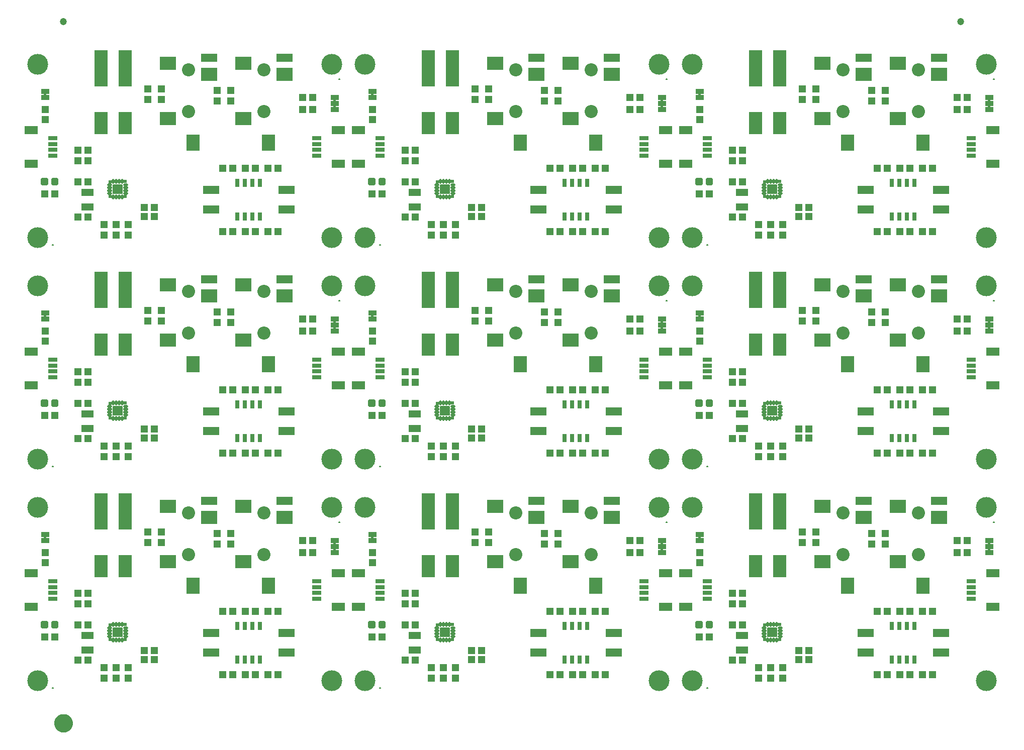
<source format=gts>
G75*
%MOIN*%
%OFA0B0*%
%FSLAX25Y25*%
%IPPOS*%
%LPD*%
%AMOC8*
5,1,8,0,0,1.08239X$1,22.5*
%
%ADD10R,0.05131X0.04737*%
%ADD11R,0.04737X0.05131*%
%ADD12R,0.10643X0.05524*%
%ADD13C,0.01990*%
%ADD14R,0.10643X0.08674*%
%ADD15R,0.08674X0.10643*%
%ADD16C,0.08674*%
%ADD17R,0.08674X0.14580*%
%ADD18R,0.08674X0.24422*%
%ADD19R,0.08674X0.05524*%
%ADD20R,0.06115X0.03162*%
%ADD21R,0.05800X0.03300*%
%ADD22C,0.00500*%
%ADD23C,0.01845*%
%ADD24R,0.02139X0.02139*%
%ADD25R,0.03162X0.05524*%
%ADD26R,0.07887X0.04737*%
%ADD27C,0.13800*%
%ADD28C,0.00600*%
%ADD29C,0.04737*%
%ADD30C,0.05000*%
%ADD31C,0.06706*%
D10*
X0065154Y0062250D03*
X0071846Y0062250D03*
X0049846Y0077750D03*
X0043154Y0077750D03*
X0065154Y0085750D03*
X0071846Y0085750D03*
X0071846Y0099750D03*
X0065154Y0099750D03*
X0065154Y0106750D03*
X0071846Y0106750D03*
X0109154Y0068750D03*
X0109154Y0062750D03*
X0115846Y0062750D03*
X0115846Y0068750D03*
X0161154Y0052750D03*
X0167846Y0052750D03*
X0176154Y0052750D03*
X0182846Y0052750D03*
X0191154Y0052750D03*
X0197846Y0052750D03*
X0197846Y0094750D03*
X0191154Y0094750D03*
X0182846Y0094750D03*
X0176154Y0094750D03*
X0167846Y0094750D03*
X0161154Y0094750D03*
X0214154Y0133750D03*
X0220846Y0133750D03*
X0220846Y0141750D03*
X0214154Y0141750D03*
X0282154Y0106750D03*
X0288846Y0106750D03*
X0288846Y0099750D03*
X0282154Y0099750D03*
X0282154Y0085750D03*
X0288846Y0085750D03*
X0266846Y0077750D03*
X0260154Y0077750D03*
X0282154Y0062250D03*
X0288846Y0062250D03*
X0326154Y0062750D03*
X0326154Y0068750D03*
X0332846Y0068750D03*
X0332846Y0062750D03*
X0378154Y0052750D03*
X0384846Y0052750D03*
X0393154Y0052750D03*
X0399846Y0052750D03*
X0408154Y0052750D03*
X0414846Y0052750D03*
X0414846Y0094750D03*
X0408154Y0094750D03*
X0399846Y0094750D03*
X0393154Y0094750D03*
X0384846Y0094750D03*
X0378154Y0094750D03*
X0431154Y0133750D03*
X0437846Y0133750D03*
X0437846Y0141750D03*
X0431154Y0141750D03*
X0499154Y0106750D03*
X0505846Y0106750D03*
X0505846Y0099750D03*
X0499154Y0099750D03*
X0499154Y0085750D03*
X0505846Y0085750D03*
X0483846Y0077750D03*
X0477154Y0077750D03*
X0499154Y0062250D03*
X0505846Y0062250D03*
X0543154Y0062750D03*
X0543154Y0068750D03*
X0549846Y0068750D03*
X0549846Y0062750D03*
X0595154Y0052750D03*
X0601846Y0052750D03*
X0610154Y0052750D03*
X0616846Y0052750D03*
X0625154Y0052750D03*
X0631846Y0052750D03*
X0631846Y0094750D03*
X0625154Y0094750D03*
X0616846Y0094750D03*
X0610154Y0094750D03*
X0601846Y0094750D03*
X0595154Y0094750D03*
X0648154Y0133750D03*
X0654846Y0133750D03*
X0654846Y0141750D03*
X0648154Y0141750D03*
X0631846Y0199750D03*
X0625154Y0199750D03*
X0616846Y0199750D03*
X0610154Y0199750D03*
X0601846Y0199750D03*
X0595154Y0199750D03*
X0549846Y0209750D03*
X0549846Y0215750D03*
X0543154Y0215750D03*
X0543154Y0209750D03*
X0505846Y0209250D03*
X0499154Y0209250D03*
X0483846Y0224750D03*
X0477154Y0224750D03*
X0499154Y0232750D03*
X0505846Y0232750D03*
X0505846Y0246750D03*
X0499154Y0246750D03*
X0499154Y0253750D03*
X0505846Y0253750D03*
X0437846Y0280750D03*
X0431154Y0280750D03*
X0431154Y0288750D03*
X0437846Y0288750D03*
X0414846Y0241750D03*
X0408154Y0241750D03*
X0399846Y0241750D03*
X0393154Y0241750D03*
X0384846Y0241750D03*
X0378154Y0241750D03*
X0332846Y0215750D03*
X0332846Y0209750D03*
X0326154Y0209750D03*
X0326154Y0215750D03*
X0288846Y0209250D03*
X0282154Y0209250D03*
X0266846Y0224750D03*
X0260154Y0224750D03*
X0282154Y0232750D03*
X0288846Y0232750D03*
X0288846Y0246750D03*
X0282154Y0246750D03*
X0282154Y0253750D03*
X0288846Y0253750D03*
X0220846Y0280750D03*
X0214154Y0280750D03*
X0214154Y0288750D03*
X0220846Y0288750D03*
X0197846Y0241750D03*
X0191154Y0241750D03*
X0182846Y0241750D03*
X0176154Y0241750D03*
X0167846Y0241750D03*
X0161154Y0241750D03*
X0115846Y0215750D03*
X0115846Y0209750D03*
X0109154Y0209750D03*
X0109154Y0215750D03*
X0071846Y0209250D03*
X0065154Y0209250D03*
X0049846Y0224750D03*
X0043154Y0224750D03*
X0065154Y0232750D03*
X0071846Y0232750D03*
X0071846Y0246750D03*
X0065154Y0246750D03*
X0065154Y0253750D03*
X0071846Y0253750D03*
X0161154Y0199750D03*
X0167846Y0199750D03*
X0176154Y0199750D03*
X0182846Y0199750D03*
X0191154Y0199750D03*
X0197846Y0199750D03*
X0378154Y0199750D03*
X0384846Y0199750D03*
X0393154Y0199750D03*
X0399846Y0199750D03*
X0408154Y0199750D03*
X0414846Y0199750D03*
X0595154Y0241750D03*
X0601846Y0241750D03*
X0610154Y0241750D03*
X0616846Y0241750D03*
X0625154Y0241750D03*
X0631846Y0241750D03*
X0648154Y0280750D03*
X0654846Y0280750D03*
X0654846Y0288750D03*
X0648154Y0288750D03*
X0631846Y0346750D03*
X0625154Y0346750D03*
X0616846Y0346750D03*
X0610154Y0346750D03*
X0601846Y0346750D03*
X0595154Y0346750D03*
X0549846Y0356750D03*
X0549846Y0362750D03*
X0543154Y0362750D03*
X0543154Y0356750D03*
X0505846Y0356250D03*
X0499154Y0356250D03*
X0483846Y0371750D03*
X0477154Y0371750D03*
X0499154Y0379750D03*
X0505846Y0379750D03*
X0505846Y0393750D03*
X0499154Y0393750D03*
X0499154Y0400750D03*
X0505846Y0400750D03*
X0437846Y0427750D03*
X0431154Y0427750D03*
X0431154Y0435750D03*
X0437846Y0435750D03*
X0414846Y0388750D03*
X0408154Y0388750D03*
X0399846Y0388750D03*
X0393154Y0388750D03*
X0384846Y0388750D03*
X0378154Y0388750D03*
X0332846Y0362750D03*
X0332846Y0356750D03*
X0326154Y0356750D03*
X0326154Y0362750D03*
X0288846Y0356250D03*
X0282154Y0356250D03*
X0266846Y0371750D03*
X0260154Y0371750D03*
X0282154Y0379750D03*
X0288846Y0379750D03*
X0288846Y0393750D03*
X0282154Y0393750D03*
X0282154Y0400750D03*
X0288846Y0400750D03*
X0220846Y0427750D03*
X0214154Y0427750D03*
X0214154Y0435750D03*
X0220846Y0435750D03*
X0197846Y0388750D03*
X0191154Y0388750D03*
X0182846Y0388750D03*
X0176154Y0388750D03*
X0167846Y0388750D03*
X0161154Y0388750D03*
X0115846Y0362750D03*
X0115846Y0356750D03*
X0109154Y0356750D03*
X0109154Y0362750D03*
X0071846Y0356250D03*
X0065154Y0356250D03*
X0049846Y0371750D03*
X0043154Y0371750D03*
X0065154Y0379750D03*
X0071846Y0379750D03*
X0071846Y0393750D03*
X0065154Y0393750D03*
X0065154Y0400750D03*
X0071846Y0400750D03*
X0161154Y0346750D03*
X0167846Y0346750D03*
X0176154Y0346750D03*
X0182846Y0346750D03*
X0191154Y0346750D03*
X0197846Y0346750D03*
X0378154Y0346750D03*
X0384846Y0346750D03*
X0393154Y0346750D03*
X0399846Y0346750D03*
X0408154Y0346750D03*
X0414846Y0346750D03*
X0595154Y0388750D03*
X0601846Y0388750D03*
X0610154Y0388750D03*
X0616846Y0388750D03*
X0625154Y0388750D03*
X0631846Y0388750D03*
X0648154Y0427750D03*
X0654846Y0427750D03*
X0654846Y0435750D03*
X0648154Y0435750D03*
D11*
X0600500Y0433404D03*
X0600500Y0440096D03*
X0591500Y0440096D03*
X0591500Y0433404D03*
X0554500Y0434404D03*
X0554500Y0441096D03*
X0545500Y0441096D03*
X0545500Y0434404D03*
X0477500Y0427596D03*
X0477500Y0420904D03*
X0516500Y0351096D03*
X0516500Y0344404D03*
X0524500Y0344404D03*
X0524500Y0351096D03*
X0532500Y0351096D03*
X0532500Y0344404D03*
X0545500Y0294096D03*
X0545500Y0287404D03*
X0554500Y0287404D03*
X0554500Y0294096D03*
X0591500Y0293096D03*
X0591500Y0286404D03*
X0600500Y0286404D03*
X0600500Y0293096D03*
X0532500Y0204096D03*
X0532500Y0197404D03*
X0524500Y0197404D03*
X0524500Y0204096D03*
X0516500Y0204096D03*
X0516500Y0197404D03*
X0545500Y0147096D03*
X0545500Y0140404D03*
X0554500Y0140404D03*
X0554500Y0147096D03*
X0591500Y0146096D03*
X0591500Y0139404D03*
X0600500Y0139404D03*
X0600500Y0146096D03*
X0532500Y0057096D03*
X0532500Y0050404D03*
X0524500Y0050404D03*
X0524500Y0057096D03*
X0516500Y0057096D03*
X0516500Y0050404D03*
X0477500Y0126904D03*
X0477500Y0133596D03*
X0383500Y0139404D03*
X0383500Y0146096D03*
X0374500Y0146096D03*
X0374500Y0139404D03*
X0337500Y0140404D03*
X0337500Y0147096D03*
X0328500Y0147096D03*
X0328500Y0140404D03*
X0260500Y0133596D03*
X0260500Y0126904D03*
X0299500Y0057096D03*
X0299500Y0050404D03*
X0307500Y0050404D03*
X0307500Y0057096D03*
X0315500Y0057096D03*
X0315500Y0050404D03*
X0166500Y0139404D03*
X0166500Y0146096D03*
X0157500Y0146096D03*
X0157500Y0139404D03*
X0120500Y0140404D03*
X0120500Y0147096D03*
X0111500Y0147096D03*
X0111500Y0140404D03*
X0043500Y0133596D03*
X0043500Y0126904D03*
X0082500Y0057096D03*
X0082500Y0050404D03*
X0090500Y0050404D03*
X0090500Y0057096D03*
X0098500Y0057096D03*
X0098500Y0050404D03*
X0098500Y0197404D03*
X0098500Y0204096D03*
X0090500Y0204096D03*
X0090500Y0197404D03*
X0082500Y0197404D03*
X0082500Y0204096D03*
X0043500Y0273904D03*
X0043500Y0280596D03*
X0111500Y0287404D03*
X0111500Y0294096D03*
X0120500Y0294096D03*
X0120500Y0287404D03*
X0157500Y0286404D03*
X0157500Y0293096D03*
X0166500Y0293096D03*
X0166500Y0286404D03*
X0098500Y0344404D03*
X0098500Y0351096D03*
X0090500Y0351096D03*
X0090500Y0344404D03*
X0082500Y0344404D03*
X0082500Y0351096D03*
X0043500Y0420904D03*
X0043500Y0427596D03*
X0111500Y0434404D03*
X0111500Y0441096D03*
X0120500Y0441096D03*
X0120500Y0434404D03*
X0157500Y0433404D03*
X0157500Y0440096D03*
X0166500Y0440096D03*
X0166500Y0433404D03*
X0260500Y0427596D03*
X0260500Y0420904D03*
X0328500Y0434404D03*
X0328500Y0441096D03*
X0337500Y0441096D03*
X0337500Y0434404D03*
X0374500Y0433404D03*
X0374500Y0440096D03*
X0383500Y0440096D03*
X0383500Y0433404D03*
X0315500Y0351096D03*
X0315500Y0344404D03*
X0307500Y0344404D03*
X0307500Y0351096D03*
X0299500Y0351096D03*
X0299500Y0344404D03*
X0328500Y0294096D03*
X0328500Y0287404D03*
X0337500Y0287404D03*
X0337500Y0294096D03*
X0374500Y0293096D03*
X0374500Y0286404D03*
X0383500Y0286404D03*
X0383500Y0293096D03*
X0477500Y0280596D03*
X0477500Y0273904D03*
X0315500Y0204096D03*
X0315500Y0197404D03*
X0307500Y0197404D03*
X0307500Y0204096D03*
X0299500Y0204096D03*
X0299500Y0197404D03*
X0260500Y0273904D03*
X0260500Y0280596D03*
D12*
X0202083Y0314844D03*
X0152083Y0314844D03*
X0153500Y0361254D03*
X0153500Y0374246D03*
X0203500Y0374246D03*
X0203500Y0361254D03*
X0202083Y0461844D03*
X0152083Y0461844D03*
X0369083Y0461844D03*
X0419083Y0461844D03*
X0420500Y0374246D03*
X0420500Y0361254D03*
X0370500Y0361254D03*
X0370500Y0374246D03*
X0369083Y0314844D03*
X0419083Y0314844D03*
X0420500Y0227246D03*
X0420500Y0214254D03*
X0370500Y0214254D03*
X0370500Y0227246D03*
X0369083Y0167844D03*
X0419083Y0167844D03*
X0420500Y0080246D03*
X0420500Y0067254D03*
X0370500Y0067254D03*
X0370500Y0080246D03*
X0203500Y0080246D03*
X0203500Y0067254D03*
X0153500Y0067254D03*
X0153500Y0080246D03*
X0152083Y0167844D03*
X0202083Y0167844D03*
X0203500Y0214254D03*
X0203500Y0227246D03*
X0153500Y0227246D03*
X0153500Y0214254D03*
X0587500Y0214254D03*
X0587500Y0227246D03*
X0637500Y0227246D03*
X0637500Y0214254D03*
X0636083Y0167844D03*
X0586083Y0167844D03*
X0587500Y0080246D03*
X0587500Y0067254D03*
X0637500Y0067254D03*
X0637500Y0080246D03*
X0636083Y0314844D03*
X0586083Y0314844D03*
X0587500Y0361254D03*
X0587500Y0374246D03*
X0637500Y0374246D03*
X0637500Y0361254D03*
X0636083Y0461844D03*
X0586083Y0461844D03*
D13*
X0485326Y0381123D02*
X0485326Y0378377D01*
X0482580Y0378377D01*
X0482580Y0381123D01*
X0485326Y0381123D01*
X0485326Y0380267D02*
X0482580Y0380267D01*
X0478420Y0381123D02*
X0478420Y0378377D01*
X0475674Y0378377D01*
X0475674Y0381123D01*
X0478420Y0381123D01*
X0478420Y0380267D02*
X0475674Y0380267D01*
X0478420Y0234123D02*
X0478420Y0231377D01*
X0475674Y0231377D01*
X0475674Y0234123D01*
X0478420Y0234123D01*
X0478420Y0233267D02*
X0475674Y0233267D01*
X0485326Y0234123D02*
X0485326Y0231377D01*
X0482580Y0231377D01*
X0482580Y0234123D01*
X0485326Y0234123D01*
X0485326Y0233267D02*
X0482580Y0233267D01*
X0485326Y0087123D02*
X0485326Y0084377D01*
X0482580Y0084377D01*
X0482580Y0087123D01*
X0485326Y0087123D01*
X0485326Y0086267D02*
X0482580Y0086267D01*
X0478420Y0087123D02*
X0478420Y0084377D01*
X0475674Y0084377D01*
X0475674Y0087123D01*
X0478420Y0087123D01*
X0478420Y0086267D02*
X0475674Y0086267D01*
X0268326Y0087123D02*
X0268326Y0084377D01*
X0265580Y0084377D01*
X0265580Y0087123D01*
X0268326Y0087123D01*
X0268326Y0086267D02*
X0265580Y0086267D01*
X0261420Y0087123D02*
X0261420Y0084377D01*
X0258674Y0084377D01*
X0258674Y0087123D01*
X0261420Y0087123D01*
X0261420Y0086267D02*
X0258674Y0086267D01*
X0261420Y0231377D02*
X0261420Y0234123D01*
X0261420Y0231377D02*
X0258674Y0231377D01*
X0258674Y0234123D01*
X0261420Y0234123D01*
X0261420Y0233267D02*
X0258674Y0233267D01*
X0268326Y0234123D02*
X0268326Y0231377D01*
X0265580Y0231377D01*
X0265580Y0234123D01*
X0268326Y0234123D01*
X0268326Y0233267D02*
X0265580Y0233267D01*
X0268326Y0378377D02*
X0268326Y0381123D01*
X0268326Y0378377D02*
X0265580Y0378377D01*
X0265580Y0381123D01*
X0268326Y0381123D01*
X0268326Y0380267D02*
X0265580Y0380267D01*
X0261420Y0381123D02*
X0261420Y0378377D01*
X0258674Y0378377D01*
X0258674Y0381123D01*
X0261420Y0381123D01*
X0261420Y0380267D02*
X0258674Y0380267D01*
X0051326Y0381123D02*
X0051326Y0378377D01*
X0048580Y0378377D01*
X0048580Y0381123D01*
X0051326Y0381123D01*
X0051326Y0380267D02*
X0048580Y0380267D01*
X0044420Y0381123D02*
X0044420Y0378377D01*
X0041674Y0378377D01*
X0041674Y0381123D01*
X0044420Y0381123D01*
X0044420Y0380267D02*
X0041674Y0380267D01*
X0044420Y0234123D02*
X0044420Y0231377D01*
X0041674Y0231377D01*
X0041674Y0234123D01*
X0044420Y0234123D01*
X0044420Y0233267D02*
X0041674Y0233267D01*
X0051326Y0234123D02*
X0051326Y0231377D01*
X0048580Y0231377D01*
X0048580Y0234123D01*
X0051326Y0234123D01*
X0051326Y0233267D02*
X0048580Y0233267D01*
X0051326Y0087123D02*
X0051326Y0084377D01*
X0048580Y0084377D01*
X0048580Y0087123D01*
X0051326Y0087123D01*
X0051326Y0086267D02*
X0048580Y0086267D01*
X0044420Y0087123D02*
X0044420Y0084377D01*
X0041674Y0084377D01*
X0041674Y0087123D01*
X0044420Y0087123D01*
X0044420Y0086267D02*
X0041674Y0086267D01*
D14*
X0124917Y0127687D03*
X0152083Y0156821D03*
X0174917Y0164301D03*
X0202083Y0156821D03*
X0174917Y0127687D03*
X0124917Y0164301D03*
X0124917Y0274687D03*
X0152083Y0303821D03*
X0174917Y0311301D03*
X0202083Y0303821D03*
X0174917Y0274687D03*
X0124917Y0311301D03*
X0124917Y0421687D03*
X0152083Y0450821D03*
X0174917Y0458301D03*
X0202083Y0450821D03*
X0174917Y0421687D03*
X0124917Y0458301D03*
X0341917Y0458301D03*
X0369083Y0450821D03*
X0391917Y0458301D03*
X0419083Y0450821D03*
X0391917Y0421687D03*
X0341917Y0421687D03*
X0341917Y0311301D03*
X0369083Y0303821D03*
X0391917Y0311301D03*
X0419083Y0303821D03*
X0391917Y0274687D03*
X0341917Y0274687D03*
X0341917Y0164301D03*
X0369083Y0156821D03*
X0391917Y0164301D03*
X0419083Y0156821D03*
X0391917Y0127687D03*
X0341917Y0127687D03*
X0558917Y0127687D03*
X0586083Y0156821D03*
X0608917Y0164301D03*
X0636083Y0156821D03*
X0608917Y0127687D03*
X0558917Y0164301D03*
X0558917Y0274687D03*
X0586083Y0303821D03*
X0608917Y0311301D03*
X0636083Y0303821D03*
X0608917Y0274687D03*
X0558917Y0311301D03*
X0558917Y0421687D03*
X0586083Y0450821D03*
X0608917Y0458301D03*
X0636083Y0450821D03*
X0608917Y0421687D03*
X0558917Y0458301D03*
D15*
X0575453Y0405742D03*
X0625453Y0405742D03*
X0625453Y0258742D03*
X0575453Y0258742D03*
X0408453Y0258742D03*
X0358453Y0258742D03*
X0191453Y0258742D03*
X0141453Y0258742D03*
X0141453Y0111742D03*
X0191453Y0111742D03*
X0358453Y0111742D03*
X0408453Y0111742D03*
X0575453Y0111742D03*
X0625453Y0111742D03*
X0408453Y0405742D03*
X0358453Y0405742D03*
X0191453Y0405742D03*
X0141453Y0405742D03*
D16*
X0138500Y0426411D03*
X0138500Y0453970D03*
X0188500Y0453970D03*
X0188500Y0426411D03*
X0188500Y0306970D03*
X0188500Y0279411D03*
X0138500Y0279411D03*
X0138500Y0306970D03*
X0138500Y0159970D03*
X0138500Y0132411D03*
X0188500Y0132411D03*
X0188500Y0159970D03*
X0355500Y0159970D03*
X0355500Y0132411D03*
X0405500Y0132411D03*
X0405500Y0159970D03*
X0405500Y0279411D03*
X0405500Y0306970D03*
X0355500Y0306970D03*
X0355500Y0279411D03*
X0355500Y0426411D03*
X0355500Y0453970D03*
X0405500Y0453970D03*
X0405500Y0426411D03*
X0572500Y0426411D03*
X0572500Y0453970D03*
X0622500Y0453970D03*
X0622500Y0426411D03*
X0622500Y0306970D03*
X0622500Y0279411D03*
X0572500Y0279411D03*
X0572500Y0306970D03*
X0572500Y0159970D03*
X0572500Y0132411D03*
X0622500Y0132411D03*
X0622500Y0159970D03*
D17*
X0530374Y0124581D03*
X0514626Y0124581D03*
X0514626Y0271581D03*
X0530374Y0271581D03*
X0530374Y0418581D03*
X0514626Y0418581D03*
X0313374Y0418581D03*
X0297626Y0418581D03*
X0297626Y0271581D03*
X0313374Y0271581D03*
X0313374Y0124581D03*
X0297626Y0124581D03*
X0096374Y0124581D03*
X0080626Y0124581D03*
X0080626Y0271581D03*
X0096374Y0271581D03*
X0096374Y0418581D03*
X0080626Y0418581D03*
D18*
X0080626Y0454998D03*
X0096374Y0454998D03*
X0096374Y0307998D03*
X0080626Y0307998D03*
X0080626Y0160998D03*
X0096374Y0160998D03*
X0297626Y0160998D03*
X0313374Y0160998D03*
X0313374Y0307998D03*
X0297626Y0307998D03*
X0297626Y0454998D03*
X0313374Y0454998D03*
X0514626Y0454998D03*
X0530374Y0454998D03*
X0530374Y0307998D03*
X0514626Y0307998D03*
X0514626Y0160998D03*
X0530374Y0160998D03*
D19*
X0468031Y0119774D03*
X0454969Y0119774D03*
X0454969Y0097726D03*
X0468031Y0097726D03*
X0468031Y0244726D03*
X0454969Y0244726D03*
X0454969Y0266774D03*
X0468031Y0266774D03*
X0468031Y0391726D03*
X0454969Y0391726D03*
X0454969Y0413774D03*
X0468031Y0413774D03*
X0671969Y0413774D03*
X0671969Y0391726D03*
X0671969Y0266774D03*
X0671969Y0244726D03*
X0671969Y0119774D03*
X0671969Y0097726D03*
X0251031Y0097726D03*
X0237969Y0097726D03*
X0237969Y0119774D03*
X0251031Y0119774D03*
X0251031Y0244726D03*
X0237969Y0244726D03*
X0237969Y0266774D03*
X0251031Y0266774D03*
X0251031Y0391726D03*
X0237969Y0391726D03*
X0237969Y0413774D03*
X0251031Y0413774D03*
X0034031Y0413774D03*
X0034031Y0391726D03*
X0034031Y0266774D03*
X0034031Y0244726D03*
X0034031Y0119774D03*
X0034031Y0097726D03*
D20*
X0048500Y0102844D03*
X0048500Y0106781D03*
X0048500Y0110719D03*
X0048500Y0114656D03*
X0048500Y0249844D03*
X0048500Y0253781D03*
X0048500Y0257719D03*
X0048500Y0261656D03*
X0048500Y0396844D03*
X0048500Y0400781D03*
X0048500Y0404719D03*
X0048500Y0408656D03*
X0223500Y0408656D03*
X0223500Y0404719D03*
X0223500Y0400781D03*
X0223500Y0396844D03*
X0265500Y0396844D03*
X0265500Y0400781D03*
X0265500Y0404719D03*
X0265500Y0408656D03*
X0440500Y0408656D03*
X0440500Y0404719D03*
X0440500Y0400781D03*
X0440500Y0396844D03*
X0482500Y0396844D03*
X0482500Y0400781D03*
X0482500Y0404719D03*
X0482500Y0408656D03*
X0657500Y0408656D03*
X0657500Y0404719D03*
X0657500Y0400781D03*
X0657500Y0396844D03*
X0657500Y0261656D03*
X0657500Y0257719D03*
X0657500Y0253781D03*
X0657500Y0249844D03*
X0657500Y0114656D03*
X0657500Y0110719D03*
X0657500Y0106781D03*
X0657500Y0102844D03*
X0482500Y0102844D03*
X0482500Y0106781D03*
X0482500Y0110719D03*
X0482500Y0114656D03*
X0440500Y0114656D03*
X0440500Y0110719D03*
X0440500Y0106781D03*
X0440500Y0102844D03*
X0265500Y0102844D03*
X0265500Y0106781D03*
X0265500Y0110719D03*
X0265500Y0114656D03*
X0223500Y0114656D03*
X0223500Y0110719D03*
X0223500Y0106781D03*
X0223500Y0102844D03*
X0223500Y0249844D03*
X0223500Y0253781D03*
X0223500Y0257719D03*
X0223500Y0261656D03*
X0265500Y0261656D03*
X0265500Y0257719D03*
X0265500Y0253781D03*
X0265500Y0249844D03*
X0440500Y0249844D03*
X0440500Y0253781D03*
X0440500Y0257719D03*
X0440500Y0261656D03*
X0482500Y0261656D03*
X0482500Y0257719D03*
X0482500Y0253781D03*
X0482500Y0249844D03*
D21*
X0452500Y0280750D03*
X0452500Y0284750D03*
X0452500Y0288750D03*
X0477500Y0288750D03*
X0477500Y0292750D03*
X0452500Y0427750D03*
X0452500Y0431750D03*
X0452500Y0435750D03*
X0477500Y0435750D03*
X0477500Y0439750D03*
X0669500Y0435750D03*
X0669500Y0431750D03*
X0669500Y0427750D03*
X0669500Y0288750D03*
X0669500Y0284750D03*
X0669500Y0280750D03*
X0669500Y0141750D03*
X0669500Y0137750D03*
X0669500Y0133750D03*
X0477500Y0141750D03*
X0477500Y0145750D03*
X0452500Y0141750D03*
X0452500Y0137750D03*
X0452500Y0133750D03*
X0260500Y0141750D03*
X0260500Y0145750D03*
X0235500Y0141750D03*
X0235500Y0137750D03*
X0235500Y0133750D03*
X0235500Y0280750D03*
X0235500Y0284750D03*
X0235500Y0288750D03*
X0260500Y0288750D03*
X0260500Y0292750D03*
X0235500Y0427750D03*
X0235500Y0431750D03*
X0235500Y0435750D03*
X0260500Y0435750D03*
X0260500Y0439750D03*
X0043500Y0439750D03*
X0043500Y0435750D03*
X0043500Y0292750D03*
X0043500Y0288750D03*
X0043500Y0145750D03*
X0043500Y0141750D03*
D22*
X0044000Y0143000D02*
X0043000Y0143000D01*
X0043000Y0144500D01*
X0044000Y0144500D01*
X0044000Y0143000D01*
X0044000Y0143437D02*
X0043000Y0143437D01*
X0043000Y0143936D02*
X0044000Y0143936D01*
X0044000Y0144434D02*
X0043000Y0144434D01*
X0088626Y0083624D02*
X0094374Y0083624D01*
X0094374Y0077876D01*
X0088626Y0077876D01*
X0088626Y0083624D01*
X0088626Y0083616D02*
X0094374Y0083616D01*
X0094374Y0083118D02*
X0088626Y0083118D01*
X0088626Y0082619D02*
X0094374Y0082619D01*
X0094374Y0082120D02*
X0088626Y0082120D01*
X0088626Y0081622D02*
X0094374Y0081622D01*
X0094374Y0081123D02*
X0088626Y0081123D01*
X0088626Y0080625D02*
X0094374Y0080625D01*
X0094374Y0080126D02*
X0088626Y0080126D01*
X0088626Y0079628D02*
X0094374Y0079628D01*
X0094374Y0079129D02*
X0088626Y0079129D01*
X0088626Y0078631D02*
X0094374Y0078631D01*
X0094374Y0078132D02*
X0088626Y0078132D01*
X0235000Y0135000D02*
X0235000Y0140500D01*
X0236000Y0140500D01*
X0236000Y0135000D01*
X0235000Y0135000D01*
X0235000Y0135461D02*
X0236000Y0135461D01*
X0236000Y0135960D02*
X0235000Y0135960D01*
X0235000Y0136458D02*
X0236000Y0136458D01*
X0236000Y0136957D02*
X0235000Y0136957D01*
X0235000Y0137455D02*
X0236000Y0137455D01*
X0236000Y0137954D02*
X0235000Y0137954D01*
X0235000Y0138452D02*
X0236000Y0138452D01*
X0236000Y0138951D02*
X0235000Y0138951D01*
X0235000Y0139449D02*
X0236000Y0139449D01*
X0236000Y0139948D02*
X0235000Y0139948D01*
X0235000Y0140446D02*
X0236000Y0140446D01*
X0260000Y0143000D02*
X0261000Y0143000D01*
X0261000Y0144500D01*
X0260000Y0144500D01*
X0260000Y0143000D01*
X0260000Y0143437D02*
X0261000Y0143437D01*
X0261000Y0143936D02*
X0260000Y0143936D01*
X0260000Y0144434D02*
X0261000Y0144434D01*
X0305626Y0083624D02*
X0311374Y0083624D01*
X0311374Y0077876D01*
X0305626Y0077876D01*
X0305626Y0083624D01*
X0305626Y0083616D02*
X0311374Y0083616D01*
X0311374Y0083118D02*
X0305626Y0083118D01*
X0305626Y0082619D02*
X0311374Y0082619D01*
X0311374Y0082120D02*
X0305626Y0082120D01*
X0305626Y0081622D02*
X0311374Y0081622D01*
X0311374Y0081123D02*
X0305626Y0081123D01*
X0305626Y0080625D02*
X0311374Y0080625D01*
X0311374Y0080126D02*
X0305626Y0080126D01*
X0305626Y0079628D02*
X0311374Y0079628D01*
X0311374Y0079129D02*
X0305626Y0079129D01*
X0305626Y0078631D02*
X0311374Y0078631D01*
X0311374Y0078132D02*
X0305626Y0078132D01*
X0452000Y0135000D02*
X0452000Y0140500D01*
X0453000Y0140500D01*
X0453000Y0135000D01*
X0452000Y0135000D01*
X0452000Y0135461D02*
X0453000Y0135461D01*
X0453000Y0135960D02*
X0452000Y0135960D01*
X0452000Y0136458D02*
X0453000Y0136458D01*
X0453000Y0136957D02*
X0452000Y0136957D01*
X0452000Y0137455D02*
X0453000Y0137455D01*
X0453000Y0137954D02*
X0452000Y0137954D01*
X0452000Y0138452D02*
X0453000Y0138452D01*
X0453000Y0138951D02*
X0452000Y0138951D01*
X0452000Y0139449D02*
X0453000Y0139449D01*
X0453000Y0139948D02*
X0452000Y0139948D01*
X0452000Y0140446D02*
X0453000Y0140446D01*
X0477000Y0143000D02*
X0478000Y0143000D01*
X0478000Y0144500D01*
X0477000Y0144500D01*
X0477000Y0143000D01*
X0477000Y0143437D02*
X0478000Y0143437D01*
X0478000Y0143936D02*
X0477000Y0143936D01*
X0477000Y0144434D02*
X0478000Y0144434D01*
X0522626Y0083624D02*
X0528374Y0083624D01*
X0528374Y0077876D01*
X0522626Y0077876D01*
X0522626Y0083624D01*
X0522626Y0083616D02*
X0528374Y0083616D01*
X0528374Y0083118D02*
X0522626Y0083118D01*
X0522626Y0082619D02*
X0528374Y0082619D01*
X0528374Y0082120D02*
X0522626Y0082120D01*
X0522626Y0081622D02*
X0528374Y0081622D01*
X0528374Y0081123D02*
X0522626Y0081123D01*
X0522626Y0080625D02*
X0528374Y0080625D01*
X0528374Y0080126D02*
X0522626Y0080126D01*
X0522626Y0079628D02*
X0528374Y0079628D01*
X0528374Y0079129D02*
X0522626Y0079129D01*
X0522626Y0078631D02*
X0528374Y0078631D01*
X0528374Y0078132D02*
X0522626Y0078132D01*
X0669000Y0135000D02*
X0669000Y0140500D01*
X0670000Y0140500D01*
X0670000Y0135000D01*
X0669000Y0135000D01*
X0669000Y0135461D02*
X0670000Y0135461D01*
X0670000Y0135960D02*
X0669000Y0135960D01*
X0669000Y0136458D02*
X0670000Y0136458D01*
X0670000Y0136957D02*
X0669000Y0136957D01*
X0669000Y0137455D02*
X0670000Y0137455D01*
X0670000Y0137954D02*
X0669000Y0137954D01*
X0669000Y0138452D02*
X0670000Y0138452D01*
X0670000Y0138951D02*
X0669000Y0138951D01*
X0669000Y0139449D02*
X0670000Y0139449D01*
X0670000Y0139948D02*
X0669000Y0139948D01*
X0669000Y0140446D02*
X0670000Y0140446D01*
X0528374Y0224876D02*
X0528374Y0230624D01*
X0522626Y0230624D01*
X0522626Y0224876D01*
X0528374Y0224876D01*
X0528374Y0225193D02*
X0522626Y0225193D01*
X0522626Y0225692D02*
X0528374Y0225692D01*
X0528374Y0226190D02*
X0522626Y0226190D01*
X0522626Y0226689D02*
X0528374Y0226689D01*
X0528374Y0227187D02*
X0522626Y0227187D01*
X0522626Y0227686D02*
X0528374Y0227686D01*
X0528374Y0228184D02*
X0522626Y0228184D01*
X0522626Y0228683D02*
X0528374Y0228683D01*
X0528374Y0229181D02*
X0522626Y0229181D01*
X0522626Y0229680D02*
X0528374Y0229680D01*
X0528374Y0230178D02*
X0522626Y0230178D01*
X0453000Y0282000D02*
X0453000Y0287500D01*
X0452000Y0287500D01*
X0452000Y0282000D01*
X0453000Y0282000D01*
X0453000Y0282024D02*
X0452000Y0282024D01*
X0452000Y0282522D02*
X0453000Y0282522D01*
X0453000Y0283021D02*
X0452000Y0283021D01*
X0452000Y0283519D02*
X0453000Y0283519D01*
X0453000Y0284018D02*
X0452000Y0284018D01*
X0452000Y0284516D02*
X0453000Y0284516D01*
X0453000Y0285015D02*
X0452000Y0285015D01*
X0452000Y0285513D02*
X0453000Y0285513D01*
X0453000Y0286012D02*
X0452000Y0286012D01*
X0452000Y0286510D02*
X0453000Y0286510D01*
X0453000Y0287009D02*
X0452000Y0287009D01*
X0477000Y0290000D02*
X0478000Y0290000D01*
X0478000Y0291500D01*
X0477000Y0291500D01*
X0477000Y0290000D01*
X0477000Y0290498D02*
X0478000Y0290498D01*
X0478000Y0290997D02*
X0477000Y0290997D01*
X0477000Y0291495D02*
X0478000Y0291495D01*
X0522626Y0371876D02*
X0522626Y0377624D01*
X0528374Y0377624D01*
X0528374Y0371876D01*
X0522626Y0371876D01*
X0522626Y0372254D02*
X0528374Y0372254D01*
X0528374Y0372753D02*
X0522626Y0372753D01*
X0522626Y0373251D02*
X0528374Y0373251D01*
X0528374Y0373750D02*
X0522626Y0373750D01*
X0522626Y0374248D02*
X0528374Y0374248D01*
X0528374Y0374747D02*
X0522626Y0374747D01*
X0522626Y0375245D02*
X0528374Y0375245D01*
X0528374Y0375744D02*
X0522626Y0375744D01*
X0522626Y0376242D02*
X0528374Y0376242D01*
X0528374Y0376741D02*
X0522626Y0376741D01*
X0522626Y0377239D02*
X0528374Y0377239D01*
X0478000Y0437000D02*
X0477000Y0437000D01*
X0477000Y0438500D01*
X0478000Y0438500D01*
X0478000Y0437000D01*
X0478000Y0437061D02*
X0477000Y0437061D01*
X0477000Y0437559D02*
X0478000Y0437559D01*
X0478000Y0438058D02*
X0477000Y0438058D01*
X0453000Y0434500D02*
X0453000Y0429000D01*
X0452000Y0429000D01*
X0452000Y0434500D01*
X0453000Y0434500D01*
X0453000Y0434069D02*
X0452000Y0434069D01*
X0452000Y0433571D02*
X0453000Y0433571D01*
X0453000Y0433072D02*
X0452000Y0433072D01*
X0452000Y0432574D02*
X0453000Y0432574D01*
X0453000Y0432075D02*
X0452000Y0432075D01*
X0452000Y0431577D02*
X0453000Y0431577D01*
X0453000Y0431078D02*
X0452000Y0431078D01*
X0452000Y0430580D02*
X0453000Y0430580D01*
X0453000Y0430081D02*
X0452000Y0430081D01*
X0452000Y0429583D02*
X0453000Y0429583D01*
X0453000Y0429084D02*
X0452000Y0429084D01*
X0311374Y0377624D02*
X0311374Y0371876D01*
X0305626Y0371876D01*
X0305626Y0377624D01*
X0311374Y0377624D01*
X0311374Y0377239D02*
X0305626Y0377239D01*
X0305626Y0376741D02*
X0311374Y0376741D01*
X0311374Y0376242D02*
X0305626Y0376242D01*
X0305626Y0375744D02*
X0311374Y0375744D01*
X0311374Y0375245D02*
X0305626Y0375245D01*
X0305626Y0374747D02*
X0311374Y0374747D01*
X0311374Y0374248D02*
X0305626Y0374248D01*
X0305626Y0373750D02*
X0311374Y0373750D01*
X0311374Y0373251D02*
X0305626Y0373251D01*
X0305626Y0372753D02*
X0311374Y0372753D01*
X0311374Y0372254D02*
X0305626Y0372254D01*
X0236000Y0429000D02*
X0235000Y0429000D01*
X0235000Y0434500D01*
X0236000Y0434500D01*
X0236000Y0429000D01*
X0236000Y0429084D02*
X0235000Y0429084D01*
X0235000Y0429583D02*
X0236000Y0429583D01*
X0236000Y0430081D02*
X0235000Y0430081D01*
X0235000Y0430580D02*
X0236000Y0430580D01*
X0236000Y0431078D02*
X0235000Y0431078D01*
X0235000Y0431577D02*
X0236000Y0431577D01*
X0236000Y0432075D02*
X0235000Y0432075D01*
X0235000Y0432574D02*
X0236000Y0432574D01*
X0236000Y0433072D02*
X0235000Y0433072D01*
X0235000Y0433571D02*
X0236000Y0433571D01*
X0236000Y0434069D02*
X0235000Y0434069D01*
X0260000Y0437000D02*
X0261000Y0437000D01*
X0261000Y0438500D01*
X0260000Y0438500D01*
X0260000Y0437000D01*
X0260000Y0437061D02*
X0261000Y0437061D01*
X0261000Y0437559D02*
X0260000Y0437559D01*
X0260000Y0438058D02*
X0261000Y0438058D01*
X0094374Y0377624D02*
X0094374Y0371876D01*
X0088626Y0371876D01*
X0088626Y0377624D01*
X0094374Y0377624D01*
X0094374Y0377239D02*
X0088626Y0377239D01*
X0088626Y0376741D02*
X0094374Y0376741D01*
X0094374Y0376242D02*
X0088626Y0376242D01*
X0088626Y0375744D02*
X0094374Y0375744D01*
X0094374Y0375245D02*
X0088626Y0375245D01*
X0088626Y0374747D02*
X0094374Y0374747D01*
X0094374Y0374248D02*
X0088626Y0374248D01*
X0088626Y0373750D02*
X0094374Y0373750D01*
X0094374Y0373251D02*
X0088626Y0373251D01*
X0088626Y0372753D02*
X0094374Y0372753D01*
X0094374Y0372254D02*
X0088626Y0372254D01*
X0044000Y0437000D02*
X0043000Y0437000D01*
X0043000Y0438500D01*
X0044000Y0438500D01*
X0044000Y0437000D01*
X0044000Y0437061D02*
X0043000Y0437061D01*
X0043000Y0437559D02*
X0044000Y0437559D01*
X0044000Y0438058D02*
X0043000Y0438058D01*
X0043000Y0291500D02*
X0044000Y0291500D01*
X0044000Y0290000D01*
X0043000Y0290000D01*
X0043000Y0291500D01*
X0043000Y0291495D02*
X0044000Y0291495D01*
X0044000Y0290997D02*
X0043000Y0290997D01*
X0043000Y0290498D02*
X0044000Y0290498D01*
X0088626Y0230624D02*
X0094374Y0230624D01*
X0094374Y0224876D01*
X0088626Y0224876D01*
X0088626Y0230624D01*
X0088626Y0230178D02*
X0094374Y0230178D01*
X0094374Y0229680D02*
X0088626Y0229680D01*
X0088626Y0229181D02*
X0094374Y0229181D01*
X0094374Y0228683D02*
X0088626Y0228683D01*
X0088626Y0228184D02*
X0094374Y0228184D01*
X0094374Y0227686D02*
X0088626Y0227686D01*
X0088626Y0227187D02*
X0094374Y0227187D01*
X0094374Y0226689D02*
X0088626Y0226689D01*
X0088626Y0226190D02*
X0094374Y0226190D01*
X0094374Y0225692D02*
X0088626Y0225692D01*
X0088626Y0225193D02*
X0094374Y0225193D01*
X0235000Y0282000D02*
X0235000Y0287500D01*
X0236000Y0287500D01*
X0236000Y0282000D01*
X0235000Y0282000D01*
X0235000Y0282024D02*
X0236000Y0282024D01*
X0236000Y0282522D02*
X0235000Y0282522D01*
X0235000Y0283021D02*
X0236000Y0283021D01*
X0236000Y0283519D02*
X0235000Y0283519D01*
X0235000Y0284018D02*
X0236000Y0284018D01*
X0236000Y0284516D02*
X0235000Y0284516D01*
X0235000Y0285015D02*
X0236000Y0285015D01*
X0236000Y0285513D02*
X0235000Y0285513D01*
X0235000Y0286012D02*
X0236000Y0286012D01*
X0236000Y0286510D02*
X0235000Y0286510D01*
X0235000Y0287009D02*
X0236000Y0287009D01*
X0260000Y0290000D02*
X0261000Y0290000D01*
X0261000Y0291500D01*
X0260000Y0291500D01*
X0260000Y0290000D01*
X0260000Y0290498D02*
X0261000Y0290498D01*
X0261000Y0290997D02*
X0260000Y0290997D01*
X0260000Y0291495D02*
X0261000Y0291495D01*
X0305626Y0230624D02*
X0311374Y0230624D01*
X0311374Y0224876D01*
X0305626Y0224876D01*
X0305626Y0230624D01*
X0305626Y0230178D02*
X0311374Y0230178D01*
X0311374Y0229680D02*
X0305626Y0229680D01*
X0305626Y0229181D02*
X0311374Y0229181D01*
X0311374Y0228683D02*
X0305626Y0228683D01*
X0305626Y0228184D02*
X0311374Y0228184D01*
X0311374Y0227686D02*
X0305626Y0227686D01*
X0305626Y0227187D02*
X0311374Y0227187D01*
X0311374Y0226689D02*
X0305626Y0226689D01*
X0305626Y0226190D02*
X0311374Y0226190D01*
X0311374Y0225692D02*
X0305626Y0225692D01*
X0305626Y0225193D02*
X0311374Y0225193D01*
X0669000Y0282000D02*
X0669000Y0287500D01*
X0670000Y0287500D01*
X0670000Y0282000D01*
X0669000Y0282000D01*
X0669000Y0282024D02*
X0670000Y0282024D01*
X0670000Y0282522D02*
X0669000Y0282522D01*
X0669000Y0283021D02*
X0670000Y0283021D01*
X0670000Y0283519D02*
X0669000Y0283519D01*
X0669000Y0284018D02*
X0670000Y0284018D01*
X0670000Y0284516D02*
X0669000Y0284516D01*
X0669000Y0285015D02*
X0670000Y0285015D01*
X0670000Y0285513D02*
X0669000Y0285513D01*
X0669000Y0286012D02*
X0670000Y0286012D01*
X0670000Y0286510D02*
X0669000Y0286510D01*
X0669000Y0287009D02*
X0670000Y0287009D01*
X0670000Y0429000D02*
X0669000Y0429000D01*
X0669000Y0434500D01*
X0670000Y0434500D01*
X0670000Y0429000D01*
X0670000Y0429084D02*
X0669000Y0429084D01*
X0669000Y0429583D02*
X0670000Y0429583D01*
X0670000Y0430081D02*
X0669000Y0430081D01*
X0669000Y0430580D02*
X0670000Y0430580D01*
X0670000Y0431078D02*
X0669000Y0431078D01*
X0669000Y0431577D02*
X0670000Y0431577D01*
X0670000Y0432075D02*
X0669000Y0432075D01*
X0669000Y0432574D02*
X0670000Y0432574D01*
X0670000Y0433072D02*
X0669000Y0433072D01*
X0669000Y0433571D02*
X0670000Y0433571D01*
X0670000Y0434069D02*
X0669000Y0434069D01*
D23*
X0530077Y0377732D02*
X0530077Y0377674D01*
X0530077Y0377732D02*
X0531435Y0377732D01*
X0531435Y0377674D01*
X0530077Y0377674D01*
X0530077Y0375763D02*
X0530077Y0375705D01*
X0530077Y0375763D02*
X0531435Y0375763D01*
X0531435Y0375705D01*
X0530077Y0375705D01*
X0530077Y0373795D02*
X0530077Y0373737D01*
X0530077Y0373795D02*
X0531435Y0373795D01*
X0531435Y0373737D01*
X0530077Y0373737D01*
X0530077Y0371826D02*
X0530077Y0371768D01*
X0530077Y0371826D02*
X0531435Y0371826D01*
X0531435Y0371768D01*
X0530077Y0371768D01*
X0528482Y0368815D02*
X0528424Y0368815D01*
X0528424Y0370173D01*
X0528482Y0370173D01*
X0528482Y0368815D01*
X0526513Y0368815D02*
X0526455Y0368815D01*
X0526455Y0370173D01*
X0526513Y0370173D01*
X0526513Y0368815D01*
X0524545Y0368815D02*
X0524487Y0368815D01*
X0524487Y0370173D01*
X0524545Y0370173D01*
X0524545Y0368815D01*
X0522576Y0368815D02*
X0522518Y0368815D01*
X0522518Y0370173D01*
X0522576Y0370173D01*
X0522576Y0368815D01*
X0520923Y0371768D02*
X0520923Y0371826D01*
X0520923Y0371768D02*
X0519565Y0371768D01*
X0519565Y0371826D01*
X0520923Y0371826D01*
X0520923Y0373737D02*
X0520923Y0373795D01*
X0520923Y0373737D02*
X0519565Y0373737D01*
X0519565Y0373795D01*
X0520923Y0373795D01*
X0520923Y0375705D02*
X0520923Y0375763D01*
X0520923Y0375705D02*
X0519565Y0375705D01*
X0519565Y0375763D01*
X0520923Y0375763D01*
X0520923Y0377674D02*
X0520923Y0377732D01*
X0520923Y0377674D02*
X0519565Y0377674D01*
X0519565Y0377732D01*
X0520923Y0377732D01*
X0522518Y0380685D02*
X0522576Y0380685D01*
X0522576Y0379327D01*
X0522518Y0379327D01*
X0522518Y0380685D01*
X0524487Y0380685D02*
X0524545Y0380685D01*
X0524545Y0379327D01*
X0524487Y0379327D01*
X0524487Y0380685D01*
X0526455Y0380685D02*
X0526513Y0380685D01*
X0526513Y0379327D01*
X0526455Y0379327D01*
X0526455Y0380685D01*
X0528424Y0380685D02*
X0528482Y0380685D01*
X0528482Y0379327D01*
X0528424Y0379327D01*
X0528424Y0380685D01*
X0528424Y0233685D02*
X0528482Y0233685D01*
X0528482Y0232327D01*
X0528424Y0232327D01*
X0528424Y0233685D01*
X0526513Y0233685D02*
X0526455Y0233685D01*
X0526513Y0233685D02*
X0526513Y0232327D01*
X0526455Y0232327D01*
X0526455Y0233685D01*
X0524545Y0233685D02*
X0524487Y0233685D01*
X0524545Y0233685D02*
X0524545Y0232327D01*
X0524487Y0232327D01*
X0524487Y0233685D01*
X0522576Y0233685D02*
X0522518Y0233685D01*
X0522576Y0233685D02*
X0522576Y0232327D01*
X0522518Y0232327D01*
X0522518Y0233685D01*
X0520923Y0230732D02*
X0520923Y0230674D01*
X0519565Y0230674D01*
X0519565Y0230732D01*
X0520923Y0230732D01*
X0520923Y0228763D02*
X0520923Y0228705D01*
X0519565Y0228705D01*
X0519565Y0228763D01*
X0520923Y0228763D01*
X0520923Y0226795D02*
X0520923Y0226737D01*
X0519565Y0226737D01*
X0519565Y0226795D01*
X0520923Y0226795D01*
X0520923Y0224826D02*
X0520923Y0224768D01*
X0519565Y0224768D01*
X0519565Y0224826D01*
X0520923Y0224826D01*
X0522518Y0221815D02*
X0522576Y0221815D01*
X0522518Y0221815D02*
X0522518Y0223173D01*
X0522576Y0223173D01*
X0522576Y0221815D01*
X0524487Y0221815D02*
X0524545Y0221815D01*
X0524487Y0221815D02*
X0524487Y0223173D01*
X0524545Y0223173D01*
X0524545Y0221815D01*
X0526455Y0221815D02*
X0526513Y0221815D01*
X0526455Y0221815D02*
X0526455Y0223173D01*
X0526513Y0223173D01*
X0526513Y0221815D01*
X0528424Y0221815D02*
X0528482Y0221815D01*
X0528424Y0221815D02*
X0528424Y0223173D01*
X0528482Y0223173D01*
X0528482Y0221815D01*
X0530077Y0224768D02*
X0530077Y0224826D01*
X0531435Y0224826D01*
X0531435Y0224768D01*
X0530077Y0224768D01*
X0530077Y0226737D02*
X0530077Y0226795D01*
X0531435Y0226795D01*
X0531435Y0226737D01*
X0530077Y0226737D01*
X0530077Y0228705D02*
X0530077Y0228763D01*
X0531435Y0228763D01*
X0531435Y0228705D01*
X0530077Y0228705D01*
X0530077Y0230674D02*
X0530077Y0230732D01*
X0531435Y0230732D01*
X0531435Y0230674D01*
X0530077Y0230674D01*
X0528482Y0086685D02*
X0528424Y0086685D01*
X0528482Y0086685D02*
X0528482Y0085327D01*
X0528424Y0085327D01*
X0528424Y0086685D01*
X0526513Y0086685D02*
X0526455Y0086685D01*
X0526513Y0086685D02*
X0526513Y0085327D01*
X0526455Y0085327D01*
X0526455Y0086685D01*
X0524545Y0086685D02*
X0524487Y0086685D01*
X0524545Y0086685D02*
X0524545Y0085327D01*
X0524487Y0085327D01*
X0524487Y0086685D01*
X0522576Y0086685D02*
X0522518Y0086685D01*
X0522576Y0086685D02*
X0522576Y0085327D01*
X0522518Y0085327D01*
X0522518Y0086685D01*
X0520923Y0083732D02*
X0520923Y0083674D01*
X0519565Y0083674D01*
X0519565Y0083732D01*
X0520923Y0083732D01*
X0520923Y0081763D02*
X0520923Y0081705D01*
X0519565Y0081705D01*
X0519565Y0081763D01*
X0520923Y0081763D01*
X0520923Y0079795D02*
X0520923Y0079737D01*
X0519565Y0079737D01*
X0519565Y0079795D01*
X0520923Y0079795D01*
X0520923Y0077826D02*
X0520923Y0077768D01*
X0519565Y0077768D01*
X0519565Y0077826D01*
X0520923Y0077826D01*
X0522518Y0074815D02*
X0522576Y0074815D01*
X0522518Y0074815D02*
X0522518Y0076173D01*
X0522576Y0076173D01*
X0522576Y0074815D01*
X0524487Y0074815D02*
X0524545Y0074815D01*
X0524487Y0074815D02*
X0524487Y0076173D01*
X0524545Y0076173D01*
X0524545Y0074815D01*
X0526455Y0074815D02*
X0526513Y0074815D01*
X0526455Y0074815D02*
X0526455Y0076173D01*
X0526513Y0076173D01*
X0526513Y0074815D01*
X0528424Y0074815D02*
X0528482Y0074815D01*
X0528424Y0074815D02*
X0528424Y0076173D01*
X0528482Y0076173D01*
X0528482Y0074815D01*
X0530077Y0077768D02*
X0530077Y0077826D01*
X0531435Y0077826D01*
X0531435Y0077768D01*
X0530077Y0077768D01*
X0530077Y0079737D02*
X0530077Y0079795D01*
X0531435Y0079795D01*
X0531435Y0079737D01*
X0530077Y0079737D01*
X0530077Y0081705D02*
X0530077Y0081763D01*
X0531435Y0081763D01*
X0531435Y0081705D01*
X0530077Y0081705D01*
X0530077Y0083674D02*
X0530077Y0083732D01*
X0531435Y0083732D01*
X0531435Y0083674D01*
X0530077Y0083674D01*
X0313077Y0083674D02*
X0313077Y0083732D01*
X0314435Y0083732D01*
X0314435Y0083674D01*
X0313077Y0083674D01*
X0313077Y0081763D02*
X0313077Y0081705D01*
X0313077Y0081763D02*
X0314435Y0081763D01*
X0314435Y0081705D01*
X0313077Y0081705D01*
X0313077Y0079795D02*
X0313077Y0079737D01*
X0313077Y0079795D02*
X0314435Y0079795D01*
X0314435Y0079737D01*
X0313077Y0079737D01*
X0313077Y0077826D02*
X0313077Y0077768D01*
X0313077Y0077826D02*
X0314435Y0077826D01*
X0314435Y0077768D01*
X0313077Y0077768D01*
X0311482Y0074815D02*
X0311424Y0074815D01*
X0311424Y0076173D01*
X0311482Y0076173D01*
X0311482Y0074815D01*
X0309513Y0074815D02*
X0309455Y0074815D01*
X0309455Y0076173D01*
X0309513Y0076173D01*
X0309513Y0074815D01*
X0307545Y0074815D02*
X0307487Y0074815D01*
X0307487Y0076173D01*
X0307545Y0076173D01*
X0307545Y0074815D01*
X0305576Y0074815D02*
X0305518Y0074815D01*
X0305518Y0076173D01*
X0305576Y0076173D01*
X0305576Y0074815D01*
X0303923Y0077768D02*
X0303923Y0077826D01*
X0303923Y0077768D02*
X0302565Y0077768D01*
X0302565Y0077826D01*
X0303923Y0077826D01*
X0303923Y0079737D02*
X0303923Y0079795D01*
X0303923Y0079737D02*
X0302565Y0079737D01*
X0302565Y0079795D01*
X0303923Y0079795D01*
X0303923Y0081705D02*
X0303923Y0081763D01*
X0303923Y0081705D02*
X0302565Y0081705D01*
X0302565Y0081763D01*
X0303923Y0081763D01*
X0303923Y0083674D02*
X0303923Y0083732D01*
X0303923Y0083674D02*
X0302565Y0083674D01*
X0302565Y0083732D01*
X0303923Y0083732D01*
X0305518Y0086685D02*
X0305576Y0086685D01*
X0305576Y0085327D01*
X0305518Y0085327D01*
X0305518Y0086685D01*
X0307487Y0086685D02*
X0307545Y0086685D01*
X0307545Y0085327D01*
X0307487Y0085327D01*
X0307487Y0086685D01*
X0309455Y0086685D02*
X0309513Y0086685D01*
X0309513Y0085327D01*
X0309455Y0085327D01*
X0309455Y0086685D01*
X0311424Y0086685D02*
X0311482Y0086685D01*
X0311482Y0085327D01*
X0311424Y0085327D01*
X0311424Y0086685D01*
X0311482Y0221815D02*
X0311424Y0221815D01*
X0311424Y0223173D01*
X0311482Y0223173D01*
X0311482Y0221815D01*
X0309513Y0221815D02*
X0309455Y0221815D01*
X0309455Y0223173D01*
X0309513Y0223173D01*
X0309513Y0221815D01*
X0307545Y0221815D02*
X0307487Y0221815D01*
X0307487Y0223173D01*
X0307545Y0223173D01*
X0307545Y0221815D01*
X0305576Y0221815D02*
X0305518Y0221815D01*
X0305518Y0223173D01*
X0305576Y0223173D01*
X0305576Y0221815D01*
X0303923Y0224768D02*
X0303923Y0224826D01*
X0303923Y0224768D02*
X0302565Y0224768D01*
X0302565Y0224826D01*
X0303923Y0224826D01*
X0303923Y0226737D02*
X0303923Y0226795D01*
X0303923Y0226737D02*
X0302565Y0226737D01*
X0302565Y0226795D01*
X0303923Y0226795D01*
X0303923Y0228705D02*
X0303923Y0228763D01*
X0303923Y0228705D02*
X0302565Y0228705D01*
X0302565Y0228763D01*
X0303923Y0228763D01*
X0303923Y0230674D02*
X0303923Y0230732D01*
X0303923Y0230674D02*
X0302565Y0230674D01*
X0302565Y0230732D01*
X0303923Y0230732D01*
X0305518Y0233685D02*
X0305576Y0233685D01*
X0305576Y0232327D01*
X0305518Y0232327D01*
X0305518Y0233685D01*
X0307487Y0233685D02*
X0307545Y0233685D01*
X0307545Y0232327D01*
X0307487Y0232327D01*
X0307487Y0233685D01*
X0309455Y0233685D02*
X0309513Y0233685D01*
X0309513Y0232327D01*
X0309455Y0232327D01*
X0309455Y0233685D01*
X0311424Y0233685D02*
X0311482Y0233685D01*
X0311482Y0232327D01*
X0311424Y0232327D01*
X0311424Y0233685D01*
X0313077Y0230732D02*
X0313077Y0230674D01*
X0313077Y0230732D02*
X0314435Y0230732D01*
X0314435Y0230674D01*
X0313077Y0230674D01*
X0313077Y0228763D02*
X0313077Y0228705D01*
X0313077Y0228763D02*
X0314435Y0228763D01*
X0314435Y0228705D01*
X0313077Y0228705D01*
X0313077Y0226795D02*
X0313077Y0226737D01*
X0313077Y0226795D02*
X0314435Y0226795D01*
X0314435Y0226737D01*
X0313077Y0226737D01*
X0313077Y0224826D02*
X0313077Y0224768D01*
X0313077Y0224826D02*
X0314435Y0224826D01*
X0314435Y0224768D01*
X0313077Y0224768D01*
X0311482Y0368815D02*
X0311424Y0368815D01*
X0311424Y0370173D01*
X0311482Y0370173D01*
X0311482Y0368815D01*
X0309513Y0368815D02*
X0309455Y0368815D01*
X0309455Y0370173D01*
X0309513Y0370173D01*
X0309513Y0368815D01*
X0307545Y0368815D02*
X0307487Y0368815D01*
X0307487Y0370173D01*
X0307545Y0370173D01*
X0307545Y0368815D01*
X0305576Y0368815D02*
X0305518Y0368815D01*
X0305518Y0370173D01*
X0305576Y0370173D01*
X0305576Y0368815D01*
X0303923Y0371768D02*
X0303923Y0371826D01*
X0303923Y0371768D02*
X0302565Y0371768D01*
X0302565Y0371826D01*
X0303923Y0371826D01*
X0303923Y0373737D02*
X0303923Y0373795D01*
X0303923Y0373737D02*
X0302565Y0373737D01*
X0302565Y0373795D01*
X0303923Y0373795D01*
X0303923Y0375705D02*
X0303923Y0375763D01*
X0303923Y0375705D02*
X0302565Y0375705D01*
X0302565Y0375763D01*
X0303923Y0375763D01*
X0303923Y0377674D02*
X0303923Y0377732D01*
X0303923Y0377674D02*
X0302565Y0377674D01*
X0302565Y0377732D01*
X0303923Y0377732D01*
X0305518Y0380685D02*
X0305576Y0380685D01*
X0305576Y0379327D01*
X0305518Y0379327D01*
X0305518Y0380685D01*
X0307487Y0380685D02*
X0307545Y0380685D01*
X0307545Y0379327D01*
X0307487Y0379327D01*
X0307487Y0380685D01*
X0309455Y0380685D02*
X0309513Y0380685D01*
X0309513Y0379327D01*
X0309455Y0379327D01*
X0309455Y0380685D01*
X0311424Y0380685D02*
X0311482Y0380685D01*
X0311482Y0379327D01*
X0311424Y0379327D01*
X0311424Y0380685D01*
X0313077Y0377732D02*
X0313077Y0377674D01*
X0313077Y0377732D02*
X0314435Y0377732D01*
X0314435Y0377674D01*
X0313077Y0377674D01*
X0313077Y0375763D02*
X0313077Y0375705D01*
X0313077Y0375763D02*
X0314435Y0375763D01*
X0314435Y0375705D01*
X0313077Y0375705D01*
X0313077Y0373795D02*
X0313077Y0373737D01*
X0313077Y0373795D02*
X0314435Y0373795D01*
X0314435Y0373737D01*
X0313077Y0373737D01*
X0313077Y0371826D02*
X0313077Y0371768D01*
X0313077Y0371826D02*
X0314435Y0371826D01*
X0314435Y0371768D01*
X0313077Y0371768D01*
X0096077Y0371768D02*
X0096077Y0371826D01*
X0097435Y0371826D01*
X0097435Y0371768D01*
X0096077Y0371768D01*
X0096077Y0373737D02*
X0096077Y0373795D01*
X0097435Y0373795D01*
X0097435Y0373737D01*
X0096077Y0373737D01*
X0096077Y0375705D02*
X0096077Y0375763D01*
X0097435Y0375763D01*
X0097435Y0375705D01*
X0096077Y0375705D01*
X0096077Y0377674D02*
X0096077Y0377732D01*
X0097435Y0377732D01*
X0097435Y0377674D01*
X0096077Y0377674D01*
X0094482Y0380685D02*
X0094424Y0380685D01*
X0094482Y0380685D02*
X0094482Y0379327D01*
X0094424Y0379327D01*
X0094424Y0380685D01*
X0092513Y0380685D02*
X0092455Y0380685D01*
X0092513Y0380685D02*
X0092513Y0379327D01*
X0092455Y0379327D01*
X0092455Y0380685D01*
X0090545Y0380685D02*
X0090487Y0380685D01*
X0090545Y0380685D02*
X0090545Y0379327D01*
X0090487Y0379327D01*
X0090487Y0380685D01*
X0088576Y0380685D02*
X0088518Y0380685D01*
X0088576Y0380685D02*
X0088576Y0379327D01*
X0088518Y0379327D01*
X0088518Y0380685D01*
X0086923Y0377732D02*
X0086923Y0377674D01*
X0085565Y0377674D01*
X0085565Y0377732D01*
X0086923Y0377732D01*
X0086923Y0375763D02*
X0086923Y0375705D01*
X0085565Y0375705D01*
X0085565Y0375763D01*
X0086923Y0375763D01*
X0086923Y0373795D02*
X0086923Y0373737D01*
X0085565Y0373737D01*
X0085565Y0373795D01*
X0086923Y0373795D01*
X0086923Y0371826D02*
X0086923Y0371768D01*
X0085565Y0371768D01*
X0085565Y0371826D01*
X0086923Y0371826D01*
X0088518Y0368815D02*
X0088576Y0368815D01*
X0088518Y0368815D02*
X0088518Y0370173D01*
X0088576Y0370173D01*
X0088576Y0368815D01*
X0090487Y0368815D02*
X0090545Y0368815D01*
X0090487Y0368815D02*
X0090487Y0370173D01*
X0090545Y0370173D01*
X0090545Y0368815D01*
X0092455Y0368815D02*
X0092513Y0368815D01*
X0092455Y0368815D02*
X0092455Y0370173D01*
X0092513Y0370173D01*
X0092513Y0368815D01*
X0094424Y0368815D02*
X0094482Y0368815D01*
X0094424Y0368815D02*
X0094424Y0370173D01*
X0094482Y0370173D01*
X0094482Y0368815D01*
X0094424Y0233685D02*
X0094482Y0233685D01*
X0094482Y0232327D01*
X0094424Y0232327D01*
X0094424Y0233685D01*
X0092513Y0233685D02*
X0092455Y0233685D01*
X0092513Y0233685D02*
X0092513Y0232327D01*
X0092455Y0232327D01*
X0092455Y0233685D01*
X0090545Y0233685D02*
X0090487Y0233685D01*
X0090545Y0233685D02*
X0090545Y0232327D01*
X0090487Y0232327D01*
X0090487Y0233685D01*
X0088576Y0233685D02*
X0088518Y0233685D01*
X0088576Y0233685D02*
X0088576Y0232327D01*
X0088518Y0232327D01*
X0088518Y0233685D01*
X0086923Y0230732D02*
X0086923Y0230674D01*
X0085565Y0230674D01*
X0085565Y0230732D01*
X0086923Y0230732D01*
X0086923Y0228763D02*
X0086923Y0228705D01*
X0085565Y0228705D01*
X0085565Y0228763D01*
X0086923Y0228763D01*
X0086923Y0226795D02*
X0086923Y0226737D01*
X0085565Y0226737D01*
X0085565Y0226795D01*
X0086923Y0226795D01*
X0086923Y0224826D02*
X0086923Y0224768D01*
X0085565Y0224768D01*
X0085565Y0224826D01*
X0086923Y0224826D01*
X0088518Y0221815D02*
X0088576Y0221815D01*
X0088518Y0221815D02*
X0088518Y0223173D01*
X0088576Y0223173D01*
X0088576Y0221815D01*
X0090487Y0221815D02*
X0090545Y0221815D01*
X0090487Y0221815D02*
X0090487Y0223173D01*
X0090545Y0223173D01*
X0090545Y0221815D01*
X0092455Y0221815D02*
X0092513Y0221815D01*
X0092455Y0221815D02*
X0092455Y0223173D01*
X0092513Y0223173D01*
X0092513Y0221815D01*
X0094424Y0221815D02*
X0094482Y0221815D01*
X0094424Y0221815D02*
X0094424Y0223173D01*
X0094482Y0223173D01*
X0094482Y0221815D01*
X0096077Y0224768D02*
X0096077Y0224826D01*
X0097435Y0224826D01*
X0097435Y0224768D01*
X0096077Y0224768D01*
X0096077Y0226737D02*
X0096077Y0226795D01*
X0097435Y0226795D01*
X0097435Y0226737D01*
X0096077Y0226737D01*
X0096077Y0228705D02*
X0096077Y0228763D01*
X0097435Y0228763D01*
X0097435Y0228705D01*
X0096077Y0228705D01*
X0096077Y0230674D02*
X0096077Y0230732D01*
X0097435Y0230732D01*
X0097435Y0230674D01*
X0096077Y0230674D01*
X0094482Y0086685D02*
X0094424Y0086685D01*
X0094482Y0086685D02*
X0094482Y0085327D01*
X0094424Y0085327D01*
X0094424Y0086685D01*
X0092513Y0086685D02*
X0092455Y0086685D01*
X0092513Y0086685D02*
X0092513Y0085327D01*
X0092455Y0085327D01*
X0092455Y0086685D01*
X0090545Y0086685D02*
X0090487Y0086685D01*
X0090545Y0086685D02*
X0090545Y0085327D01*
X0090487Y0085327D01*
X0090487Y0086685D01*
X0088576Y0086685D02*
X0088518Y0086685D01*
X0088576Y0086685D02*
X0088576Y0085327D01*
X0088518Y0085327D01*
X0088518Y0086685D01*
X0086923Y0083732D02*
X0086923Y0083674D01*
X0085565Y0083674D01*
X0085565Y0083732D01*
X0086923Y0083732D01*
X0086923Y0081763D02*
X0086923Y0081705D01*
X0085565Y0081705D01*
X0085565Y0081763D01*
X0086923Y0081763D01*
X0086923Y0079795D02*
X0086923Y0079737D01*
X0085565Y0079737D01*
X0085565Y0079795D01*
X0086923Y0079795D01*
X0086923Y0077826D02*
X0086923Y0077768D01*
X0085565Y0077768D01*
X0085565Y0077826D01*
X0086923Y0077826D01*
X0088518Y0074815D02*
X0088576Y0074815D01*
X0088518Y0074815D02*
X0088518Y0076173D01*
X0088576Y0076173D01*
X0088576Y0074815D01*
X0090487Y0074815D02*
X0090545Y0074815D01*
X0090487Y0074815D02*
X0090487Y0076173D01*
X0090545Y0076173D01*
X0090545Y0074815D01*
X0092455Y0074815D02*
X0092513Y0074815D01*
X0092455Y0074815D02*
X0092455Y0076173D01*
X0092513Y0076173D01*
X0092513Y0074815D01*
X0094424Y0074815D02*
X0094482Y0074815D01*
X0094424Y0074815D02*
X0094424Y0076173D01*
X0094482Y0076173D01*
X0094482Y0074815D01*
X0096077Y0077768D02*
X0096077Y0077826D01*
X0097435Y0077826D01*
X0097435Y0077768D01*
X0096077Y0077768D01*
X0096077Y0079737D02*
X0096077Y0079795D01*
X0097435Y0079795D01*
X0097435Y0079737D01*
X0096077Y0079737D01*
X0096077Y0081705D02*
X0096077Y0081763D01*
X0097435Y0081763D01*
X0097435Y0081705D01*
X0096077Y0081705D01*
X0096077Y0083674D02*
X0096077Y0083732D01*
X0097435Y0083732D01*
X0097435Y0083674D01*
X0096077Y0083674D01*
D24*
X0096480Y0085770D03*
X0086520Y0085730D03*
X0086520Y0075770D03*
X0096480Y0075770D03*
X0096480Y0222770D03*
X0086520Y0222770D03*
X0086520Y0232730D03*
X0096480Y0232770D03*
X0096480Y0369770D03*
X0086520Y0369770D03*
X0086520Y0379730D03*
X0096480Y0379770D03*
X0303520Y0379730D03*
X0303520Y0369770D03*
X0313480Y0369770D03*
X0313480Y0379770D03*
X0313480Y0232770D03*
X0303520Y0232730D03*
X0303520Y0222770D03*
X0313480Y0222770D03*
X0313480Y0085770D03*
X0303520Y0085730D03*
X0303520Y0075770D03*
X0313480Y0075770D03*
X0520520Y0075770D03*
X0520520Y0085730D03*
X0530480Y0085770D03*
X0530480Y0075770D03*
X0530480Y0222770D03*
X0520520Y0222770D03*
X0520520Y0232730D03*
X0530480Y0232770D03*
X0530480Y0369770D03*
X0520520Y0369770D03*
X0520520Y0379730D03*
X0530480Y0379770D03*
D25*
X0605000Y0378774D03*
X0610000Y0378774D03*
X0615000Y0378774D03*
X0620000Y0378774D03*
X0620000Y0356726D03*
X0615000Y0356726D03*
X0610000Y0356726D03*
X0605000Y0356726D03*
X0605000Y0231774D03*
X0610000Y0231774D03*
X0615000Y0231774D03*
X0620000Y0231774D03*
X0620000Y0209726D03*
X0615000Y0209726D03*
X0610000Y0209726D03*
X0605000Y0209726D03*
X0605000Y0084774D03*
X0610000Y0084774D03*
X0615000Y0084774D03*
X0620000Y0084774D03*
X0620000Y0062726D03*
X0615000Y0062726D03*
X0610000Y0062726D03*
X0605000Y0062726D03*
X0403000Y0062726D03*
X0398000Y0062726D03*
X0393000Y0062726D03*
X0388000Y0062726D03*
X0388000Y0084774D03*
X0393000Y0084774D03*
X0398000Y0084774D03*
X0403000Y0084774D03*
X0403000Y0209726D03*
X0398000Y0209726D03*
X0393000Y0209726D03*
X0388000Y0209726D03*
X0388000Y0231774D03*
X0393000Y0231774D03*
X0398000Y0231774D03*
X0403000Y0231774D03*
X0403000Y0356726D03*
X0398000Y0356726D03*
X0393000Y0356726D03*
X0388000Y0356726D03*
X0388000Y0378774D03*
X0393000Y0378774D03*
X0398000Y0378774D03*
X0403000Y0378774D03*
X0186000Y0378774D03*
X0181000Y0378774D03*
X0176000Y0378774D03*
X0171000Y0378774D03*
X0171000Y0356726D03*
X0176000Y0356726D03*
X0181000Y0356726D03*
X0186000Y0356726D03*
X0186000Y0231774D03*
X0181000Y0231774D03*
X0176000Y0231774D03*
X0171000Y0231774D03*
X0171000Y0209726D03*
X0176000Y0209726D03*
X0181000Y0209726D03*
X0186000Y0209726D03*
X0186000Y0084774D03*
X0181000Y0084774D03*
X0176000Y0084774D03*
X0171000Y0084774D03*
X0171000Y0062726D03*
X0176000Y0062726D03*
X0181000Y0062726D03*
X0186000Y0062726D03*
D26*
X0288500Y0068829D03*
X0288500Y0078671D03*
X0288500Y0215829D03*
X0288500Y0225671D03*
X0288500Y0362829D03*
X0288500Y0372671D03*
X0071500Y0372671D03*
X0071500Y0362829D03*
X0071500Y0225671D03*
X0071500Y0215829D03*
X0071500Y0078671D03*
X0071500Y0068829D03*
X0505500Y0068829D03*
X0505500Y0078671D03*
X0505500Y0215829D03*
X0505500Y0225671D03*
X0505500Y0362829D03*
X0505500Y0372671D03*
D27*
X0472500Y0342750D03*
X0450500Y0342750D03*
X0450500Y0310750D03*
X0472500Y0310750D03*
X0472500Y0195750D03*
X0450500Y0195750D03*
X0450500Y0163750D03*
X0472500Y0163750D03*
X0472500Y0048750D03*
X0450500Y0048750D03*
X0255500Y0048750D03*
X0233500Y0048750D03*
X0233500Y0163750D03*
X0255500Y0163750D03*
X0255500Y0195750D03*
X0233500Y0195750D03*
X0233500Y0310750D03*
X0255500Y0310750D03*
X0255500Y0342750D03*
X0233500Y0342750D03*
X0233500Y0457750D03*
X0255500Y0457750D03*
X0450500Y0457750D03*
X0472500Y0457750D03*
X0667500Y0457750D03*
X0667500Y0342750D03*
X0667500Y0310750D03*
X0667500Y0195750D03*
X0667500Y0163750D03*
X0667500Y0048750D03*
X0038500Y0048750D03*
X0038500Y0163750D03*
X0038500Y0195750D03*
X0038500Y0310750D03*
X0038500Y0342750D03*
X0038500Y0457750D03*
D28*
X0048264Y0337750D02*
X0048266Y0337780D01*
X0048272Y0337810D01*
X0048281Y0337839D01*
X0048294Y0337866D01*
X0048311Y0337891D01*
X0048330Y0337914D01*
X0048353Y0337935D01*
X0048378Y0337952D01*
X0048404Y0337966D01*
X0048433Y0337976D01*
X0048462Y0337983D01*
X0048492Y0337986D01*
X0048523Y0337985D01*
X0048553Y0337980D01*
X0048582Y0337971D01*
X0048609Y0337959D01*
X0048635Y0337944D01*
X0048659Y0337925D01*
X0048680Y0337903D01*
X0048698Y0337879D01*
X0048713Y0337852D01*
X0048724Y0337824D01*
X0048732Y0337795D01*
X0048736Y0337765D01*
X0048736Y0337735D01*
X0048732Y0337705D01*
X0048724Y0337676D01*
X0048713Y0337648D01*
X0048698Y0337621D01*
X0048680Y0337597D01*
X0048659Y0337575D01*
X0048635Y0337556D01*
X0048609Y0337541D01*
X0048582Y0337529D01*
X0048553Y0337520D01*
X0048523Y0337515D01*
X0048492Y0337514D01*
X0048462Y0337517D01*
X0048433Y0337524D01*
X0048404Y0337534D01*
X0048378Y0337548D01*
X0048353Y0337565D01*
X0048330Y0337586D01*
X0048311Y0337609D01*
X0048294Y0337634D01*
X0048281Y0337661D01*
X0048272Y0337690D01*
X0048266Y0337720D01*
X0048264Y0337750D01*
X0048264Y0190750D02*
X0048266Y0190780D01*
X0048272Y0190810D01*
X0048281Y0190839D01*
X0048294Y0190866D01*
X0048311Y0190891D01*
X0048330Y0190914D01*
X0048353Y0190935D01*
X0048378Y0190952D01*
X0048404Y0190966D01*
X0048433Y0190976D01*
X0048462Y0190983D01*
X0048492Y0190986D01*
X0048523Y0190985D01*
X0048553Y0190980D01*
X0048582Y0190971D01*
X0048609Y0190959D01*
X0048635Y0190944D01*
X0048659Y0190925D01*
X0048680Y0190903D01*
X0048698Y0190879D01*
X0048713Y0190852D01*
X0048724Y0190824D01*
X0048732Y0190795D01*
X0048736Y0190765D01*
X0048736Y0190735D01*
X0048732Y0190705D01*
X0048724Y0190676D01*
X0048713Y0190648D01*
X0048698Y0190621D01*
X0048680Y0190597D01*
X0048659Y0190575D01*
X0048635Y0190556D01*
X0048609Y0190541D01*
X0048582Y0190529D01*
X0048553Y0190520D01*
X0048523Y0190515D01*
X0048492Y0190514D01*
X0048462Y0190517D01*
X0048433Y0190524D01*
X0048404Y0190534D01*
X0048378Y0190548D01*
X0048353Y0190565D01*
X0048330Y0190586D01*
X0048311Y0190609D01*
X0048294Y0190634D01*
X0048281Y0190661D01*
X0048272Y0190690D01*
X0048266Y0190720D01*
X0048264Y0190750D01*
X0048264Y0043750D02*
X0048266Y0043780D01*
X0048272Y0043810D01*
X0048281Y0043839D01*
X0048294Y0043866D01*
X0048311Y0043891D01*
X0048330Y0043914D01*
X0048353Y0043935D01*
X0048378Y0043952D01*
X0048404Y0043966D01*
X0048433Y0043976D01*
X0048462Y0043983D01*
X0048492Y0043986D01*
X0048523Y0043985D01*
X0048553Y0043980D01*
X0048582Y0043971D01*
X0048609Y0043959D01*
X0048635Y0043944D01*
X0048659Y0043925D01*
X0048680Y0043903D01*
X0048698Y0043879D01*
X0048713Y0043852D01*
X0048724Y0043824D01*
X0048732Y0043795D01*
X0048736Y0043765D01*
X0048736Y0043735D01*
X0048732Y0043705D01*
X0048724Y0043676D01*
X0048713Y0043648D01*
X0048698Y0043621D01*
X0048680Y0043597D01*
X0048659Y0043575D01*
X0048635Y0043556D01*
X0048609Y0043541D01*
X0048582Y0043529D01*
X0048553Y0043520D01*
X0048523Y0043515D01*
X0048492Y0043514D01*
X0048462Y0043517D01*
X0048433Y0043524D01*
X0048404Y0043534D01*
X0048378Y0043548D01*
X0048353Y0043565D01*
X0048330Y0043586D01*
X0048311Y0043609D01*
X0048294Y0043634D01*
X0048281Y0043661D01*
X0048272Y0043690D01*
X0048266Y0043720D01*
X0048264Y0043750D01*
X0238264Y0153750D02*
X0238266Y0153780D01*
X0238272Y0153810D01*
X0238281Y0153839D01*
X0238294Y0153866D01*
X0238311Y0153891D01*
X0238330Y0153914D01*
X0238353Y0153935D01*
X0238378Y0153952D01*
X0238404Y0153966D01*
X0238433Y0153976D01*
X0238462Y0153983D01*
X0238492Y0153986D01*
X0238523Y0153985D01*
X0238553Y0153980D01*
X0238582Y0153971D01*
X0238609Y0153959D01*
X0238635Y0153944D01*
X0238659Y0153925D01*
X0238680Y0153903D01*
X0238698Y0153879D01*
X0238713Y0153852D01*
X0238724Y0153824D01*
X0238732Y0153795D01*
X0238736Y0153765D01*
X0238736Y0153735D01*
X0238732Y0153705D01*
X0238724Y0153676D01*
X0238713Y0153648D01*
X0238698Y0153621D01*
X0238680Y0153597D01*
X0238659Y0153575D01*
X0238635Y0153556D01*
X0238609Y0153541D01*
X0238582Y0153529D01*
X0238553Y0153520D01*
X0238523Y0153515D01*
X0238492Y0153514D01*
X0238462Y0153517D01*
X0238433Y0153524D01*
X0238404Y0153534D01*
X0238378Y0153548D01*
X0238353Y0153565D01*
X0238330Y0153586D01*
X0238311Y0153609D01*
X0238294Y0153634D01*
X0238281Y0153661D01*
X0238272Y0153690D01*
X0238266Y0153720D01*
X0238264Y0153750D01*
X0265264Y0190750D02*
X0265266Y0190780D01*
X0265272Y0190810D01*
X0265281Y0190839D01*
X0265294Y0190866D01*
X0265311Y0190891D01*
X0265330Y0190914D01*
X0265353Y0190935D01*
X0265378Y0190952D01*
X0265404Y0190966D01*
X0265433Y0190976D01*
X0265462Y0190983D01*
X0265492Y0190986D01*
X0265523Y0190985D01*
X0265553Y0190980D01*
X0265582Y0190971D01*
X0265609Y0190959D01*
X0265635Y0190944D01*
X0265659Y0190925D01*
X0265680Y0190903D01*
X0265698Y0190879D01*
X0265713Y0190852D01*
X0265724Y0190824D01*
X0265732Y0190795D01*
X0265736Y0190765D01*
X0265736Y0190735D01*
X0265732Y0190705D01*
X0265724Y0190676D01*
X0265713Y0190648D01*
X0265698Y0190621D01*
X0265680Y0190597D01*
X0265659Y0190575D01*
X0265635Y0190556D01*
X0265609Y0190541D01*
X0265582Y0190529D01*
X0265553Y0190520D01*
X0265523Y0190515D01*
X0265492Y0190514D01*
X0265462Y0190517D01*
X0265433Y0190524D01*
X0265404Y0190534D01*
X0265378Y0190548D01*
X0265353Y0190565D01*
X0265330Y0190586D01*
X0265311Y0190609D01*
X0265294Y0190634D01*
X0265281Y0190661D01*
X0265272Y0190690D01*
X0265266Y0190720D01*
X0265264Y0190750D01*
X0238264Y0300750D02*
X0238266Y0300780D01*
X0238272Y0300810D01*
X0238281Y0300839D01*
X0238294Y0300866D01*
X0238311Y0300891D01*
X0238330Y0300914D01*
X0238353Y0300935D01*
X0238378Y0300952D01*
X0238404Y0300966D01*
X0238433Y0300976D01*
X0238462Y0300983D01*
X0238492Y0300986D01*
X0238523Y0300985D01*
X0238553Y0300980D01*
X0238582Y0300971D01*
X0238609Y0300959D01*
X0238635Y0300944D01*
X0238659Y0300925D01*
X0238680Y0300903D01*
X0238698Y0300879D01*
X0238713Y0300852D01*
X0238724Y0300824D01*
X0238732Y0300795D01*
X0238736Y0300765D01*
X0238736Y0300735D01*
X0238732Y0300705D01*
X0238724Y0300676D01*
X0238713Y0300648D01*
X0238698Y0300621D01*
X0238680Y0300597D01*
X0238659Y0300575D01*
X0238635Y0300556D01*
X0238609Y0300541D01*
X0238582Y0300529D01*
X0238553Y0300520D01*
X0238523Y0300515D01*
X0238492Y0300514D01*
X0238462Y0300517D01*
X0238433Y0300524D01*
X0238404Y0300534D01*
X0238378Y0300548D01*
X0238353Y0300565D01*
X0238330Y0300586D01*
X0238311Y0300609D01*
X0238294Y0300634D01*
X0238281Y0300661D01*
X0238272Y0300690D01*
X0238266Y0300720D01*
X0238264Y0300750D01*
X0265264Y0337750D02*
X0265266Y0337780D01*
X0265272Y0337810D01*
X0265281Y0337839D01*
X0265294Y0337866D01*
X0265311Y0337891D01*
X0265330Y0337914D01*
X0265353Y0337935D01*
X0265378Y0337952D01*
X0265404Y0337966D01*
X0265433Y0337976D01*
X0265462Y0337983D01*
X0265492Y0337986D01*
X0265523Y0337985D01*
X0265553Y0337980D01*
X0265582Y0337971D01*
X0265609Y0337959D01*
X0265635Y0337944D01*
X0265659Y0337925D01*
X0265680Y0337903D01*
X0265698Y0337879D01*
X0265713Y0337852D01*
X0265724Y0337824D01*
X0265732Y0337795D01*
X0265736Y0337765D01*
X0265736Y0337735D01*
X0265732Y0337705D01*
X0265724Y0337676D01*
X0265713Y0337648D01*
X0265698Y0337621D01*
X0265680Y0337597D01*
X0265659Y0337575D01*
X0265635Y0337556D01*
X0265609Y0337541D01*
X0265582Y0337529D01*
X0265553Y0337520D01*
X0265523Y0337515D01*
X0265492Y0337514D01*
X0265462Y0337517D01*
X0265433Y0337524D01*
X0265404Y0337534D01*
X0265378Y0337548D01*
X0265353Y0337565D01*
X0265330Y0337586D01*
X0265311Y0337609D01*
X0265294Y0337634D01*
X0265281Y0337661D01*
X0265272Y0337690D01*
X0265266Y0337720D01*
X0265264Y0337750D01*
X0238264Y0447750D02*
X0238266Y0447780D01*
X0238272Y0447810D01*
X0238281Y0447839D01*
X0238294Y0447866D01*
X0238311Y0447891D01*
X0238330Y0447914D01*
X0238353Y0447935D01*
X0238378Y0447952D01*
X0238404Y0447966D01*
X0238433Y0447976D01*
X0238462Y0447983D01*
X0238492Y0447986D01*
X0238523Y0447985D01*
X0238553Y0447980D01*
X0238582Y0447971D01*
X0238609Y0447959D01*
X0238635Y0447944D01*
X0238659Y0447925D01*
X0238680Y0447903D01*
X0238698Y0447879D01*
X0238713Y0447852D01*
X0238724Y0447824D01*
X0238732Y0447795D01*
X0238736Y0447765D01*
X0238736Y0447735D01*
X0238732Y0447705D01*
X0238724Y0447676D01*
X0238713Y0447648D01*
X0238698Y0447621D01*
X0238680Y0447597D01*
X0238659Y0447575D01*
X0238635Y0447556D01*
X0238609Y0447541D01*
X0238582Y0447529D01*
X0238553Y0447520D01*
X0238523Y0447515D01*
X0238492Y0447514D01*
X0238462Y0447517D01*
X0238433Y0447524D01*
X0238404Y0447534D01*
X0238378Y0447548D01*
X0238353Y0447565D01*
X0238330Y0447586D01*
X0238311Y0447609D01*
X0238294Y0447634D01*
X0238281Y0447661D01*
X0238272Y0447690D01*
X0238266Y0447720D01*
X0238264Y0447750D01*
X0455264Y0447750D02*
X0455266Y0447780D01*
X0455272Y0447810D01*
X0455281Y0447839D01*
X0455294Y0447866D01*
X0455311Y0447891D01*
X0455330Y0447914D01*
X0455353Y0447935D01*
X0455378Y0447952D01*
X0455404Y0447966D01*
X0455433Y0447976D01*
X0455462Y0447983D01*
X0455492Y0447986D01*
X0455523Y0447985D01*
X0455553Y0447980D01*
X0455582Y0447971D01*
X0455609Y0447959D01*
X0455635Y0447944D01*
X0455659Y0447925D01*
X0455680Y0447903D01*
X0455698Y0447879D01*
X0455713Y0447852D01*
X0455724Y0447824D01*
X0455732Y0447795D01*
X0455736Y0447765D01*
X0455736Y0447735D01*
X0455732Y0447705D01*
X0455724Y0447676D01*
X0455713Y0447648D01*
X0455698Y0447621D01*
X0455680Y0447597D01*
X0455659Y0447575D01*
X0455635Y0447556D01*
X0455609Y0447541D01*
X0455582Y0447529D01*
X0455553Y0447520D01*
X0455523Y0447515D01*
X0455492Y0447514D01*
X0455462Y0447517D01*
X0455433Y0447524D01*
X0455404Y0447534D01*
X0455378Y0447548D01*
X0455353Y0447565D01*
X0455330Y0447586D01*
X0455311Y0447609D01*
X0455294Y0447634D01*
X0455281Y0447661D01*
X0455272Y0447690D01*
X0455266Y0447720D01*
X0455264Y0447750D01*
X0482264Y0337750D02*
X0482266Y0337780D01*
X0482272Y0337810D01*
X0482281Y0337839D01*
X0482294Y0337866D01*
X0482311Y0337891D01*
X0482330Y0337914D01*
X0482353Y0337935D01*
X0482378Y0337952D01*
X0482404Y0337966D01*
X0482433Y0337976D01*
X0482462Y0337983D01*
X0482492Y0337986D01*
X0482523Y0337985D01*
X0482553Y0337980D01*
X0482582Y0337971D01*
X0482609Y0337959D01*
X0482635Y0337944D01*
X0482659Y0337925D01*
X0482680Y0337903D01*
X0482698Y0337879D01*
X0482713Y0337852D01*
X0482724Y0337824D01*
X0482732Y0337795D01*
X0482736Y0337765D01*
X0482736Y0337735D01*
X0482732Y0337705D01*
X0482724Y0337676D01*
X0482713Y0337648D01*
X0482698Y0337621D01*
X0482680Y0337597D01*
X0482659Y0337575D01*
X0482635Y0337556D01*
X0482609Y0337541D01*
X0482582Y0337529D01*
X0482553Y0337520D01*
X0482523Y0337515D01*
X0482492Y0337514D01*
X0482462Y0337517D01*
X0482433Y0337524D01*
X0482404Y0337534D01*
X0482378Y0337548D01*
X0482353Y0337565D01*
X0482330Y0337586D01*
X0482311Y0337609D01*
X0482294Y0337634D01*
X0482281Y0337661D01*
X0482272Y0337690D01*
X0482266Y0337720D01*
X0482264Y0337750D01*
X0455264Y0300750D02*
X0455266Y0300780D01*
X0455272Y0300810D01*
X0455281Y0300839D01*
X0455294Y0300866D01*
X0455311Y0300891D01*
X0455330Y0300914D01*
X0455353Y0300935D01*
X0455378Y0300952D01*
X0455404Y0300966D01*
X0455433Y0300976D01*
X0455462Y0300983D01*
X0455492Y0300986D01*
X0455523Y0300985D01*
X0455553Y0300980D01*
X0455582Y0300971D01*
X0455609Y0300959D01*
X0455635Y0300944D01*
X0455659Y0300925D01*
X0455680Y0300903D01*
X0455698Y0300879D01*
X0455713Y0300852D01*
X0455724Y0300824D01*
X0455732Y0300795D01*
X0455736Y0300765D01*
X0455736Y0300735D01*
X0455732Y0300705D01*
X0455724Y0300676D01*
X0455713Y0300648D01*
X0455698Y0300621D01*
X0455680Y0300597D01*
X0455659Y0300575D01*
X0455635Y0300556D01*
X0455609Y0300541D01*
X0455582Y0300529D01*
X0455553Y0300520D01*
X0455523Y0300515D01*
X0455492Y0300514D01*
X0455462Y0300517D01*
X0455433Y0300524D01*
X0455404Y0300534D01*
X0455378Y0300548D01*
X0455353Y0300565D01*
X0455330Y0300586D01*
X0455311Y0300609D01*
X0455294Y0300634D01*
X0455281Y0300661D01*
X0455272Y0300690D01*
X0455266Y0300720D01*
X0455264Y0300750D01*
X0482264Y0190750D02*
X0482266Y0190780D01*
X0482272Y0190810D01*
X0482281Y0190839D01*
X0482294Y0190866D01*
X0482311Y0190891D01*
X0482330Y0190914D01*
X0482353Y0190935D01*
X0482378Y0190952D01*
X0482404Y0190966D01*
X0482433Y0190976D01*
X0482462Y0190983D01*
X0482492Y0190986D01*
X0482523Y0190985D01*
X0482553Y0190980D01*
X0482582Y0190971D01*
X0482609Y0190959D01*
X0482635Y0190944D01*
X0482659Y0190925D01*
X0482680Y0190903D01*
X0482698Y0190879D01*
X0482713Y0190852D01*
X0482724Y0190824D01*
X0482732Y0190795D01*
X0482736Y0190765D01*
X0482736Y0190735D01*
X0482732Y0190705D01*
X0482724Y0190676D01*
X0482713Y0190648D01*
X0482698Y0190621D01*
X0482680Y0190597D01*
X0482659Y0190575D01*
X0482635Y0190556D01*
X0482609Y0190541D01*
X0482582Y0190529D01*
X0482553Y0190520D01*
X0482523Y0190515D01*
X0482492Y0190514D01*
X0482462Y0190517D01*
X0482433Y0190524D01*
X0482404Y0190534D01*
X0482378Y0190548D01*
X0482353Y0190565D01*
X0482330Y0190586D01*
X0482311Y0190609D01*
X0482294Y0190634D01*
X0482281Y0190661D01*
X0482272Y0190690D01*
X0482266Y0190720D01*
X0482264Y0190750D01*
X0455264Y0153750D02*
X0455266Y0153780D01*
X0455272Y0153810D01*
X0455281Y0153839D01*
X0455294Y0153866D01*
X0455311Y0153891D01*
X0455330Y0153914D01*
X0455353Y0153935D01*
X0455378Y0153952D01*
X0455404Y0153966D01*
X0455433Y0153976D01*
X0455462Y0153983D01*
X0455492Y0153986D01*
X0455523Y0153985D01*
X0455553Y0153980D01*
X0455582Y0153971D01*
X0455609Y0153959D01*
X0455635Y0153944D01*
X0455659Y0153925D01*
X0455680Y0153903D01*
X0455698Y0153879D01*
X0455713Y0153852D01*
X0455724Y0153824D01*
X0455732Y0153795D01*
X0455736Y0153765D01*
X0455736Y0153735D01*
X0455732Y0153705D01*
X0455724Y0153676D01*
X0455713Y0153648D01*
X0455698Y0153621D01*
X0455680Y0153597D01*
X0455659Y0153575D01*
X0455635Y0153556D01*
X0455609Y0153541D01*
X0455582Y0153529D01*
X0455553Y0153520D01*
X0455523Y0153515D01*
X0455492Y0153514D01*
X0455462Y0153517D01*
X0455433Y0153524D01*
X0455404Y0153534D01*
X0455378Y0153548D01*
X0455353Y0153565D01*
X0455330Y0153586D01*
X0455311Y0153609D01*
X0455294Y0153634D01*
X0455281Y0153661D01*
X0455272Y0153690D01*
X0455266Y0153720D01*
X0455264Y0153750D01*
X0482264Y0043750D02*
X0482266Y0043780D01*
X0482272Y0043810D01*
X0482281Y0043839D01*
X0482294Y0043866D01*
X0482311Y0043891D01*
X0482330Y0043914D01*
X0482353Y0043935D01*
X0482378Y0043952D01*
X0482404Y0043966D01*
X0482433Y0043976D01*
X0482462Y0043983D01*
X0482492Y0043986D01*
X0482523Y0043985D01*
X0482553Y0043980D01*
X0482582Y0043971D01*
X0482609Y0043959D01*
X0482635Y0043944D01*
X0482659Y0043925D01*
X0482680Y0043903D01*
X0482698Y0043879D01*
X0482713Y0043852D01*
X0482724Y0043824D01*
X0482732Y0043795D01*
X0482736Y0043765D01*
X0482736Y0043735D01*
X0482732Y0043705D01*
X0482724Y0043676D01*
X0482713Y0043648D01*
X0482698Y0043621D01*
X0482680Y0043597D01*
X0482659Y0043575D01*
X0482635Y0043556D01*
X0482609Y0043541D01*
X0482582Y0043529D01*
X0482553Y0043520D01*
X0482523Y0043515D01*
X0482492Y0043514D01*
X0482462Y0043517D01*
X0482433Y0043524D01*
X0482404Y0043534D01*
X0482378Y0043548D01*
X0482353Y0043565D01*
X0482330Y0043586D01*
X0482311Y0043609D01*
X0482294Y0043634D01*
X0482281Y0043661D01*
X0482272Y0043690D01*
X0482266Y0043720D01*
X0482264Y0043750D01*
X0672264Y0153750D02*
X0672266Y0153780D01*
X0672272Y0153810D01*
X0672281Y0153839D01*
X0672294Y0153866D01*
X0672311Y0153891D01*
X0672330Y0153914D01*
X0672353Y0153935D01*
X0672378Y0153952D01*
X0672404Y0153966D01*
X0672433Y0153976D01*
X0672462Y0153983D01*
X0672492Y0153986D01*
X0672523Y0153985D01*
X0672553Y0153980D01*
X0672582Y0153971D01*
X0672609Y0153959D01*
X0672635Y0153944D01*
X0672659Y0153925D01*
X0672680Y0153903D01*
X0672698Y0153879D01*
X0672713Y0153852D01*
X0672724Y0153824D01*
X0672732Y0153795D01*
X0672736Y0153765D01*
X0672736Y0153735D01*
X0672732Y0153705D01*
X0672724Y0153676D01*
X0672713Y0153648D01*
X0672698Y0153621D01*
X0672680Y0153597D01*
X0672659Y0153575D01*
X0672635Y0153556D01*
X0672609Y0153541D01*
X0672582Y0153529D01*
X0672553Y0153520D01*
X0672523Y0153515D01*
X0672492Y0153514D01*
X0672462Y0153517D01*
X0672433Y0153524D01*
X0672404Y0153534D01*
X0672378Y0153548D01*
X0672353Y0153565D01*
X0672330Y0153586D01*
X0672311Y0153609D01*
X0672294Y0153634D01*
X0672281Y0153661D01*
X0672272Y0153690D01*
X0672266Y0153720D01*
X0672264Y0153750D01*
X0672264Y0300750D02*
X0672266Y0300780D01*
X0672272Y0300810D01*
X0672281Y0300839D01*
X0672294Y0300866D01*
X0672311Y0300891D01*
X0672330Y0300914D01*
X0672353Y0300935D01*
X0672378Y0300952D01*
X0672404Y0300966D01*
X0672433Y0300976D01*
X0672462Y0300983D01*
X0672492Y0300986D01*
X0672523Y0300985D01*
X0672553Y0300980D01*
X0672582Y0300971D01*
X0672609Y0300959D01*
X0672635Y0300944D01*
X0672659Y0300925D01*
X0672680Y0300903D01*
X0672698Y0300879D01*
X0672713Y0300852D01*
X0672724Y0300824D01*
X0672732Y0300795D01*
X0672736Y0300765D01*
X0672736Y0300735D01*
X0672732Y0300705D01*
X0672724Y0300676D01*
X0672713Y0300648D01*
X0672698Y0300621D01*
X0672680Y0300597D01*
X0672659Y0300575D01*
X0672635Y0300556D01*
X0672609Y0300541D01*
X0672582Y0300529D01*
X0672553Y0300520D01*
X0672523Y0300515D01*
X0672492Y0300514D01*
X0672462Y0300517D01*
X0672433Y0300524D01*
X0672404Y0300534D01*
X0672378Y0300548D01*
X0672353Y0300565D01*
X0672330Y0300586D01*
X0672311Y0300609D01*
X0672294Y0300634D01*
X0672281Y0300661D01*
X0672272Y0300690D01*
X0672266Y0300720D01*
X0672264Y0300750D01*
X0672264Y0447750D02*
X0672266Y0447780D01*
X0672272Y0447810D01*
X0672281Y0447839D01*
X0672294Y0447866D01*
X0672311Y0447891D01*
X0672330Y0447914D01*
X0672353Y0447935D01*
X0672378Y0447952D01*
X0672404Y0447966D01*
X0672433Y0447976D01*
X0672462Y0447983D01*
X0672492Y0447986D01*
X0672523Y0447985D01*
X0672553Y0447980D01*
X0672582Y0447971D01*
X0672609Y0447959D01*
X0672635Y0447944D01*
X0672659Y0447925D01*
X0672680Y0447903D01*
X0672698Y0447879D01*
X0672713Y0447852D01*
X0672724Y0447824D01*
X0672732Y0447795D01*
X0672736Y0447765D01*
X0672736Y0447735D01*
X0672732Y0447705D01*
X0672724Y0447676D01*
X0672713Y0447648D01*
X0672698Y0447621D01*
X0672680Y0447597D01*
X0672659Y0447575D01*
X0672635Y0447556D01*
X0672609Y0447541D01*
X0672582Y0447529D01*
X0672553Y0447520D01*
X0672523Y0447515D01*
X0672492Y0447514D01*
X0672462Y0447517D01*
X0672433Y0447524D01*
X0672404Y0447534D01*
X0672378Y0447548D01*
X0672353Y0447565D01*
X0672330Y0447586D01*
X0672311Y0447609D01*
X0672294Y0447634D01*
X0672281Y0447661D01*
X0672272Y0447690D01*
X0672266Y0447720D01*
X0672264Y0447750D01*
X0265264Y0043750D02*
X0265266Y0043780D01*
X0265272Y0043810D01*
X0265281Y0043839D01*
X0265294Y0043866D01*
X0265311Y0043891D01*
X0265330Y0043914D01*
X0265353Y0043935D01*
X0265378Y0043952D01*
X0265404Y0043966D01*
X0265433Y0043976D01*
X0265462Y0043983D01*
X0265492Y0043986D01*
X0265523Y0043985D01*
X0265553Y0043980D01*
X0265582Y0043971D01*
X0265609Y0043959D01*
X0265635Y0043944D01*
X0265659Y0043925D01*
X0265680Y0043903D01*
X0265698Y0043879D01*
X0265713Y0043852D01*
X0265724Y0043824D01*
X0265732Y0043795D01*
X0265736Y0043765D01*
X0265736Y0043735D01*
X0265732Y0043705D01*
X0265724Y0043676D01*
X0265713Y0043648D01*
X0265698Y0043621D01*
X0265680Y0043597D01*
X0265659Y0043575D01*
X0265635Y0043556D01*
X0265609Y0043541D01*
X0265582Y0043529D01*
X0265553Y0043520D01*
X0265523Y0043515D01*
X0265492Y0043514D01*
X0265462Y0043517D01*
X0265433Y0043524D01*
X0265404Y0043534D01*
X0265378Y0043548D01*
X0265353Y0043565D01*
X0265330Y0043586D01*
X0265311Y0043609D01*
X0265294Y0043634D01*
X0265281Y0043661D01*
X0265272Y0043690D01*
X0265266Y0043720D01*
X0265264Y0043750D01*
D29*
X0055500Y0486000D03*
X0650500Y0486000D03*
D30*
X0051935Y0020500D02*
X0051937Y0020619D01*
X0051943Y0020738D01*
X0051953Y0020857D01*
X0051967Y0020975D01*
X0051985Y0021093D01*
X0052006Y0021210D01*
X0052032Y0021326D01*
X0052062Y0021442D01*
X0052095Y0021556D01*
X0052132Y0021669D01*
X0052173Y0021781D01*
X0052218Y0021892D01*
X0052266Y0022001D01*
X0052318Y0022108D01*
X0052374Y0022213D01*
X0052433Y0022317D01*
X0052495Y0022418D01*
X0052561Y0022518D01*
X0052630Y0022615D01*
X0052702Y0022709D01*
X0052778Y0022802D01*
X0052856Y0022891D01*
X0052937Y0022978D01*
X0053022Y0023063D01*
X0053109Y0023144D01*
X0053198Y0023222D01*
X0053291Y0023298D01*
X0053385Y0023370D01*
X0053482Y0023439D01*
X0053582Y0023505D01*
X0053683Y0023567D01*
X0053787Y0023626D01*
X0053892Y0023682D01*
X0053999Y0023734D01*
X0054108Y0023782D01*
X0054219Y0023827D01*
X0054331Y0023868D01*
X0054444Y0023905D01*
X0054558Y0023938D01*
X0054674Y0023968D01*
X0054790Y0023994D01*
X0054907Y0024015D01*
X0055025Y0024033D01*
X0055143Y0024047D01*
X0055262Y0024057D01*
X0055381Y0024063D01*
X0055500Y0024065D01*
X0055619Y0024063D01*
X0055738Y0024057D01*
X0055857Y0024047D01*
X0055975Y0024033D01*
X0056093Y0024015D01*
X0056210Y0023994D01*
X0056326Y0023968D01*
X0056442Y0023938D01*
X0056556Y0023905D01*
X0056669Y0023868D01*
X0056781Y0023827D01*
X0056892Y0023782D01*
X0057001Y0023734D01*
X0057108Y0023682D01*
X0057213Y0023626D01*
X0057317Y0023567D01*
X0057418Y0023505D01*
X0057518Y0023439D01*
X0057615Y0023370D01*
X0057709Y0023298D01*
X0057802Y0023222D01*
X0057891Y0023144D01*
X0057978Y0023063D01*
X0058063Y0022978D01*
X0058144Y0022891D01*
X0058222Y0022802D01*
X0058298Y0022709D01*
X0058370Y0022615D01*
X0058439Y0022518D01*
X0058505Y0022418D01*
X0058567Y0022317D01*
X0058626Y0022213D01*
X0058682Y0022108D01*
X0058734Y0022001D01*
X0058782Y0021892D01*
X0058827Y0021781D01*
X0058868Y0021669D01*
X0058905Y0021556D01*
X0058938Y0021442D01*
X0058968Y0021326D01*
X0058994Y0021210D01*
X0059015Y0021093D01*
X0059033Y0020975D01*
X0059047Y0020857D01*
X0059057Y0020738D01*
X0059063Y0020619D01*
X0059065Y0020500D01*
X0059063Y0020381D01*
X0059057Y0020262D01*
X0059047Y0020143D01*
X0059033Y0020025D01*
X0059015Y0019907D01*
X0058994Y0019790D01*
X0058968Y0019674D01*
X0058938Y0019558D01*
X0058905Y0019444D01*
X0058868Y0019331D01*
X0058827Y0019219D01*
X0058782Y0019108D01*
X0058734Y0018999D01*
X0058682Y0018892D01*
X0058626Y0018787D01*
X0058567Y0018683D01*
X0058505Y0018582D01*
X0058439Y0018482D01*
X0058370Y0018385D01*
X0058298Y0018291D01*
X0058222Y0018198D01*
X0058144Y0018109D01*
X0058063Y0018022D01*
X0057978Y0017937D01*
X0057891Y0017856D01*
X0057802Y0017778D01*
X0057709Y0017702D01*
X0057615Y0017630D01*
X0057518Y0017561D01*
X0057418Y0017495D01*
X0057317Y0017433D01*
X0057213Y0017374D01*
X0057108Y0017318D01*
X0057001Y0017266D01*
X0056892Y0017218D01*
X0056781Y0017173D01*
X0056669Y0017132D01*
X0056556Y0017095D01*
X0056442Y0017062D01*
X0056326Y0017032D01*
X0056210Y0017006D01*
X0056093Y0016985D01*
X0055975Y0016967D01*
X0055857Y0016953D01*
X0055738Y0016943D01*
X0055619Y0016937D01*
X0055500Y0016935D01*
X0055381Y0016937D01*
X0055262Y0016943D01*
X0055143Y0016953D01*
X0055025Y0016967D01*
X0054907Y0016985D01*
X0054790Y0017006D01*
X0054674Y0017032D01*
X0054558Y0017062D01*
X0054444Y0017095D01*
X0054331Y0017132D01*
X0054219Y0017173D01*
X0054108Y0017218D01*
X0053999Y0017266D01*
X0053892Y0017318D01*
X0053787Y0017374D01*
X0053683Y0017433D01*
X0053582Y0017495D01*
X0053482Y0017561D01*
X0053385Y0017630D01*
X0053291Y0017702D01*
X0053198Y0017778D01*
X0053109Y0017856D01*
X0053022Y0017937D01*
X0052937Y0018022D01*
X0052856Y0018109D01*
X0052778Y0018198D01*
X0052702Y0018291D01*
X0052630Y0018385D01*
X0052561Y0018482D01*
X0052495Y0018582D01*
X0052433Y0018683D01*
X0052374Y0018787D01*
X0052318Y0018892D01*
X0052266Y0018999D01*
X0052218Y0019108D01*
X0052173Y0019219D01*
X0052132Y0019331D01*
X0052095Y0019444D01*
X0052062Y0019558D01*
X0052032Y0019674D01*
X0052006Y0019790D01*
X0051985Y0019907D01*
X0051967Y0020025D01*
X0051953Y0020143D01*
X0051943Y0020262D01*
X0051937Y0020381D01*
X0051935Y0020500D01*
D31*
X0055500Y0020500D03*
M02*

</source>
